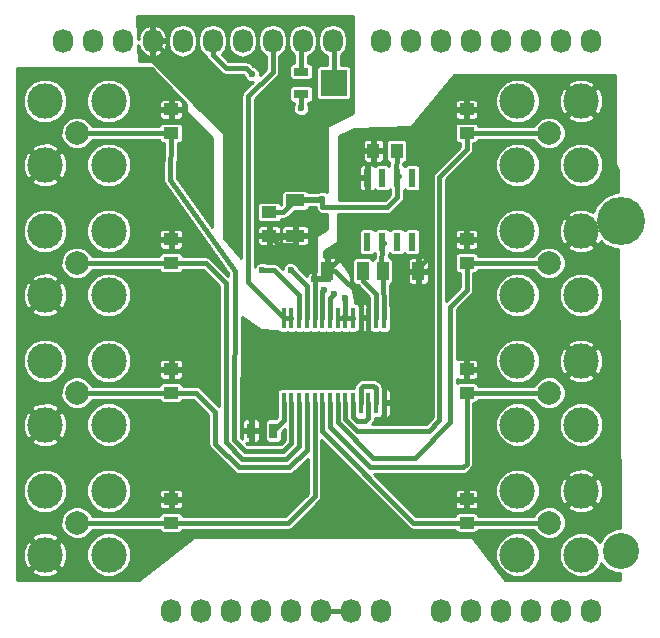
<source format=gtl>
G04 #@! TF.FileFunction,Copper,L1,Top,Signal*
%FSLAX46Y46*%
G04 Gerber Fmt 4.6, Leading zero omitted, Abs format (unit mm)*
G04 Created by KiCad (PCBNEW (2014-11-17 BZR 5289)-product) date Sat 24 Oct 2015 02:56:26 PM EDT*
%MOMM*%
G01*
G04 APERTURE LIST*
%ADD10C,0.100000*%
%ADD11R,0.500000X0.500000*%
%ADD12R,0.800000X0.500000*%
%ADD13R,0.600000X1.550000*%
%ADD14C,4.064000*%
%ADD15O,1.727200X2.032000*%
%ADD16C,3.048000*%
%ADD17R,1.250000X1.000000*%
%ADD18R,1.000000X1.250000*%
%ADD19R,1.000000X1.600000*%
%ADD20R,1.600000X1.000000*%
%ADD21R,0.700000X1.300000*%
%ADD22R,1.300000X0.700000*%
%ADD23R,0.450000X1.750000*%
%ADD24R,2.235200X2.235200*%
%ADD25C,1.998980*%
%ADD26C,3.000000*%
%ADD27C,0.600000*%
%ADD28C,0.400000*%
%ADD29C,0.254000*%
G04 APERTURE END LIST*
D10*
D11*
X151098000Y-95765000D03*
X152298000Y-95765000D03*
D12*
X151698000Y-95765000D03*
D13*
X159403000Y-87165000D03*
X158133000Y-87165000D03*
X156863000Y-87165000D03*
X155593000Y-87165000D03*
X155593000Y-92565000D03*
X156863000Y-92565000D03*
X158133000Y-92565000D03*
X159403000Y-92565000D03*
D14*
X177038000Y-90805000D03*
D15*
X138938000Y-123825000D03*
X141478000Y-123825000D03*
X144018000Y-123825000D03*
X146558000Y-123825000D03*
X149098000Y-123825000D03*
X151638000Y-123825000D03*
X154178000Y-123825000D03*
X156718000Y-123825000D03*
X161798000Y-123825000D03*
X164338000Y-123825000D03*
X166878000Y-123825000D03*
X169418000Y-123825000D03*
X171958000Y-123825000D03*
X174498000Y-123825000D03*
X129794000Y-75565000D03*
X132334000Y-75565000D03*
X134874000Y-75565000D03*
X137414000Y-75565000D03*
X139954000Y-75565000D03*
X142494000Y-75565000D03*
X145034000Y-75565000D03*
X147574000Y-75565000D03*
X150114000Y-75565000D03*
X152654000Y-75565000D03*
X156718000Y-75565000D03*
X159258000Y-75565000D03*
X161798000Y-75565000D03*
X164338000Y-75565000D03*
X166878000Y-75565000D03*
X169418000Y-75565000D03*
X171958000Y-75565000D03*
X174498000Y-75565000D03*
D16*
X177038000Y-118745000D03*
D17*
X163998000Y-83365000D03*
X163998000Y-81365000D03*
X163998000Y-94365000D03*
X163998000Y-92365000D03*
X163998000Y-105365000D03*
X163998000Y-103365000D03*
X163998000Y-116365000D03*
X163998000Y-114365000D03*
D18*
X158098000Y-84865000D03*
X156098000Y-84865000D03*
D17*
X138998000Y-116365000D03*
X138998000Y-114365000D03*
X138998000Y-105365000D03*
X138998000Y-103365000D03*
X138998000Y-94365000D03*
X138998000Y-92365000D03*
X138998000Y-83365000D03*
X138998000Y-81365000D03*
D19*
X156898000Y-95065000D03*
X159898000Y-95065000D03*
X155198000Y-95065000D03*
X152198000Y-95065000D03*
D17*
X147298000Y-90065000D03*
X147298000Y-92065000D03*
D20*
X149498000Y-89065000D03*
X149498000Y-92065000D03*
D21*
X147648000Y-108565000D03*
X145748000Y-108565000D03*
D22*
X149998000Y-78165000D03*
X149998000Y-80065000D03*
D23*
X148523000Y-106215000D03*
X149173000Y-106215000D03*
X149823000Y-106215000D03*
X150473000Y-106215000D03*
X151123000Y-106215000D03*
X151773000Y-106215000D03*
X152423000Y-106215000D03*
X153073000Y-106215000D03*
X153723000Y-106215000D03*
X154373000Y-106215000D03*
X155023000Y-106215000D03*
X155673000Y-106215000D03*
X156323000Y-106215000D03*
X156973000Y-106215000D03*
X156973000Y-99015000D03*
X156323000Y-99015000D03*
X155673000Y-99015000D03*
X155023000Y-99015000D03*
X154373000Y-99015000D03*
X153723000Y-99015000D03*
X153073000Y-99015000D03*
X152423000Y-99015000D03*
X151773000Y-99015000D03*
X151123000Y-99015000D03*
X150473000Y-99015000D03*
X149823000Y-99015000D03*
X149173000Y-99015000D03*
X148523000Y-99015000D03*
D24*
X152748000Y-79115000D03*
D25*
X170998000Y-116365000D03*
D26*
X173698020Y-119065020D03*
X173698020Y-113664980D03*
X168297980Y-113664980D03*
X168297980Y-119065020D03*
D25*
X170998000Y-105365000D03*
D26*
X173698020Y-108065020D03*
X173698020Y-102664980D03*
X168297980Y-102664980D03*
X168297980Y-108065020D03*
D25*
X170998000Y-94365000D03*
D26*
X173698020Y-97065020D03*
X173698020Y-91664980D03*
X168297980Y-91664980D03*
X168297980Y-97065020D03*
D25*
X170998000Y-83365000D03*
D26*
X173698020Y-86065020D03*
X173698020Y-80664980D03*
X168297980Y-80664980D03*
X168297980Y-86065020D03*
D25*
X130998000Y-83365000D03*
D26*
X128297980Y-80664980D03*
X128297980Y-86065020D03*
X133698020Y-86065020D03*
X133698020Y-80664980D03*
D25*
X130998000Y-94365000D03*
D26*
X128297980Y-91664980D03*
X128297980Y-97065020D03*
X133698020Y-97065020D03*
X133698020Y-91664980D03*
D25*
X130998000Y-105365000D03*
D26*
X128297980Y-102664980D03*
X128297980Y-108065020D03*
X133698020Y-108065020D03*
X133698020Y-102664980D03*
D25*
X130998000Y-116365000D03*
D26*
X128297980Y-113664980D03*
X128297980Y-119065020D03*
X133698020Y-119065020D03*
X133698020Y-113664980D03*
D27*
X153698000Y-97365000D03*
X151798000Y-88965000D03*
X146698000Y-94965000D03*
X151898000Y-96665000D03*
X145798000Y-78365000D03*
X149098000Y-94965000D03*
X152798000Y-96965000D03*
X149998000Y-81265000D03*
X146698000Y-93665000D03*
D28*
X157298000Y-89665000D02*
X151798000Y-89665000D01*
X151798000Y-89665000D02*
X151798000Y-88965000D01*
X158133000Y-88830000D02*
X157298000Y-89665000D01*
X158133000Y-87165000D02*
X158133000Y-88830000D01*
X151798000Y-88965000D02*
X149598000Y-88965000D01*
X149598000Y-88965000D02*
X148498000Y-90065000D01*
X148498000Y-90065000D02*
X147298000Y-90065000D01*
X158248000Y-87050000D02*
X158133000Y-87165000D01*
X153723000Y-99015000D02*
X153598000Y-98890000D01*
X157998000Y-87030000D02*
X158133000Y-87165000D01*
X158098000Y-84865000D02*
X157998000Y-87030000D01*
X153073000Y-99015000D02*
X153723000Y-99015000D01*
X154373000Y-99015000D02*
X153723000Y-99015000D01*
X153723000Y-97390000D02*
X153698000Y-97365000D01*
X151798000Y-88965000D02*
X151698000Y-89065000D01*
X151698000Y-89065000D02*
X149498000Y-89065000D01*
X153723000Y-99015000D02*
X153723000Y-97390000D01*
X170998000Y-83365000D02*
X163998000Y-83365000D01*
X153723000Y-107590000D02*
X154698000Y-108565000D01*
X154698000Y-108565000D02*
X160798000Y-108565000D01*
X160798000Y-108565000D02*
X161698000Y-107665000D01*
X161698000Y-107665000D02*
X161698000Y-87065000D01*
X161698000Y-87065000D02*
X163998000Y-84765000D01*
X163998000Y-84765000D02*
X163998000Y-83365000D01*
X153723000Y-106215000D02*
X153723000Y-107590000D01*
X152198000Y-95065000D02*
X153298000Y-93965000D01*
X152198000Y-95065000D02*
X152198000Y-93665000D01*
X152198000Y-93665000D02*
X152298000Y-93565000D01*
X152298000Y-93565000D02*
X152198000Y-93665000D01*
X152198000Y-95065000D02*
X152198000Y-93765000D01*
X155593000Y-87165000D02*
X155593000Y-87520000D01*
X156098000Y-84865000D02*
X155983000Y-84980000D01*
X159898000Y-95065000D02*
X159898000Y-94565000D01*
X159798000Y-95165000D02*
X159898000Y-95065000D01*
X155023000Y-99015000D02*
X155673000Y-99015000D01*
X152198000Y-95065000D02*
X152548000Y-94715000D01*
X152298000Y-95165000D02*
X152198000Y-95065000D01*
X152298000Y-95765000D02*
X152298000Y-95165000D01*
X156973000Y-103040000D02*
X156973000Y-106215000D01*
X155673000Y-101740000D02*
X156973000Y-103040000D01*
X155673000Y-101040000D02*
X155673000Y-101740000D01*
X155673000Y-99015000D02*
X155673000Y-101040000D01*
X155023000Y-100390000D02*
X155673000Y-101040000D01*
X155023000Y-99015000D02*
X155023000Y-100390000D01*
X155023000Y-97190000D02*
X152898000Y-95065000D01*
X152898000Y-95065000D02*
X152198000Y-95065000D01*
X155023000Y-99015000D02*
X155023000Y-97190000D01*
X159898000Y-94765000D02*
X160698000Y-93965000D01*
X159898000Y-95065000D02*
X159898000Y-94765000D01*
X160698000Y-93965000D02*
X160698000Y-93265000D01*
X170998000Y-94365000D02*
X163998000Y-94365000D01*
X153073000Y-107840000D02*
X156098000Y-110865000D01*
X156098000Y-110865000D02*
X159598000Y-110865000D01*
X159598000Y-110865000D02*
X162598000Y-107865000D01*
X162598000Y-107865000D02*
X162598000Y-98065000D01*
X162598000Y-98065000D02*
X163998000Y-96665000D01*
X163998000Y-96665000D02*
X163998000Y-94365000D01*
X153073000Y-106215000D02*
X153073000Y-107840000D01*
X163998000Y-105365000D02*
X170998000Y-105365000D01*
X152423000Y-108290000D02*
X155798000Y-111665000D01*
X155798000Y-111665000D02*
X163698000Y-111665000D01*
X163698000Y-111665000D02*
X163998000Y-111365000D01*
X163998000Y-111365000D02*
X163998000Y-105365000D01*
X152423000Y-106215000D02*
X152423000Y-108290000D01*
X163998000Y-116365000D02*
X170998000Y-116365000D01*
X151773000Y-108640000D02*
X159498000Y-116365000D01*
X159498000Y-116365000D02*
X163998000Y-116365000D01*
X151773000Y-106215000D02*
X151773000Y-108640000D01*
X138998000Y-116365000D02*
X130998000Y-116365000D01*
X151123000Y-114140000D02*
X148898000Y-116365000D01*
X148898000Y-116365000D02*
X138998000Y-116365000D01*
X151123000Y-106215000D02*
X151123000Y-114140000D01*
X138998000Y-105365000D02*
X130998000Y-105365000D01*
X150473000Y-110190000D02*
X148998000Y-111665000D01*
X148998000Y-111665000D02*
X144698000Y-111665000D01*
X144698000Y-111665000D02*
X142698000Y-109665000D01*
X142698000Y-109665000D02*
X142698000Y-106965000D01*
X142698000Y-106965000D02*
X141098000Y-105365000D01*
X141098000Y-105365000D02*
X138998000Y-105365000D01*
X150473000Y-106215000D02*
X150473000Y-110190000D01*
X138998000Y-94365000D02*
X130998000Y-94365000D01*
X149823000Y-109840000D02*
X148698000Y-110965000D01*
X148698000Y-110965000D02*
X144998000Y-110965000D01*
X144998000Y-110965000D02*
X143598000Y-109565000D01*
X143598000Y-109565000D02*
X143598000Y-96065000D01*
X143598000Y-96065000D02*
X141898000Y-94365000D01*
X141898000Y-94365000D02*
X138998000Y-94365000D01*
X149823000Y-106215000D02*
X149823000Y-109840000D01*
X138998000Y-83365000D02*
X130998000Y-83365000D01*
X149173000Y-109590000D02*
X148498000Y-110265000D01*
X148498000Y-110265000D02*
X145198000Y-110265000D01*
X145198000Y-110265000D02*
X144298000Y-109365000D01*
X144298000Y-109365000D02*
X144398000Y-95065000D01*
X144398000Y-95065000D02*
X138898000Y-87365000D01*
X138898000Y-87365000D02*
X138998000Y-83365000D01*
X149173000Y-106215000D02*
X149173000Y-109590000D01*
X156898000Y-95065000D02*
X156998000Y-98990000D01*
X156998000Y-98990000D02*
X156973000Y-99015000D01*
X156998000Y-92700000D02*
X156863000Y-92565000D01*
X156763000Y-94930000D02*
X156898000Y-95065000D01*
X156863000Y-92565000D02*
X156763000Y-94930000D01*
X155198000Y-95865000D02*
X155198000Y-95065000D01*
X156323000Y-96990000D02*
X155198000Y-95865000D01*
X156323000Y-99015000D02*
X156323000Y-96990000D01*
X149823000Y-99015000D02*
X149823000Y-97090000D01*
X147698000Y-94965000D02*
X146698000Y-94965000D01*
X149823000Y-97090000D02*
X147698000Y-94965000D01*
X142494000Y-76561000D02*
X142494000Y-75565000D01*
X151773000Y-96790000D02*
X151898000Y-96665000D01*
X145798000Y-78365000D02*
X145298000Y-77865000D01*
X145298000Y-77865000D02*
X143598000Y-77865000D01*
X143598000Y-77865000D02*
X142494000Y-76761000D01*
X142494000Y-76761000D02*
X142494000Y-75565000D01*
X151773000Y-99015000D02*
X151773000Y-96790000D01*
X150473000Y-99015000D02*
X150473000Y-96340000D01*
X150473000Y-96340000D02*
X149098000Y-94965000D01*
X152748000Y-79115000D02*
X152748000Y-75659000D01*
X152748000Y-75659000D02*
X152654000Y-75565000D01*
X147648000Y-108565000D02*
X148523000Y-107690000D01*
X148523000Y-107690000D02*
X148523000Y-106215000D01*
X152423000Y-97340000D02*
X152798000Y-96965000D01*
X149998000Y-81265000D02*
X149998000Y-80065000D01*
X152423000Y-99015000D02*
X152423000Y-97340000D01*
X154373000Y-107391470D02*
X154746530Y-107765000D01*
X154746530Y-107765000D02*
X155398000Y-107765000D01*
X155398000Y-107765000D02*
X155673000Y-107490000D01*
X155673000Y-107490000D02*
X155673000Y-106215000D01*
X154373000Y-106215000D02*
X154373000Y-107391470D01*
X156323000Y-106215000D02*
X156323000Y-104990000D01*
X155023000Y-104940000D02*
X155023000Y-106215000D01*
X155198000Y-104765000D02*
X155023000Y-104940000D01*
X156098000Y-104765000D02*
X155198000Y-104765000D01*
X156323000Y-104990000D02*
X156098000Y-104765000D01*
X150298000Y-93665000D02*
X149498000Y-92865000D01*
X148098000Y-92865000D02*
X147298000Y-92065000D01*
X149498000Y-92865000D02*
X148098000Y-92865000D01*
X151073002Y-95765000D02*
X151098000Y-95765000D01*
X151123000Y-95814998D02*
X151073002Y-95765000D01*
X151123000Y-99015000D02*
X151123000Y-95814998D01*
X151098000Y-95765000D02*
X151098000Y-94715000D01*
X151098000Y-94365000D02*
X151098000Y-94715000D01*
X149498000Y-92065000D02*
X146998000Y-92365000D01*
X150398000Y-93665000D02*
X150298000Y-93665000D01*
X150298000Y-93665000D02*
X146698000Y-93665000D01*
X141098000Y-78265000D02*
X140898000Y-78065000D01*
X140898000Y-78065000D02*
X139914000Y-78065000D01*
X139914000Y-78065000D02*
X137414000Y-75565000D01*
X151098000Y-94365000D02*
X150398000Y-93665000D01*
X154178000Y-123825000D02*
X151638000Y-123825000D01*
X148523000Y-99015000D02*
X145498000Y-95990000D01*
X147574000Y-78189000D02*
X147574000Y-75565000D01*
X145498000Y-80265000D02*
X147574000Y-78189000D01*
X145498000Y-80665000D02*
X145498000Y-80265000D01*
X145498000Y-95990000D02*
X145498000Y-80665000D01*
X149173000Y-99015000D02*
X148523000Y-99015000D01*
X149998000Y-78165000D02*
X149998000Y-75681000D01*
X149998000Y-75681000D02*
X150114000Y-75565000D01*
D29*
G36*
X176970408Y-121238000D02*
X170179306Y-121238000D01*
X170179306Y-118692507D01*
X169893544Y-118000911D01*
X169364872Y-117471316D01*
X168673776Y-117184347D01*
X167925467Y-117183694D01*
X167233871Y-117469456D01*
X166704276Y-117998128D01*
X166417307Y-118689224D01*
X166416654Y-119437533D01*
X166702416Y-120129129D01*
X167231088Y-120658724D01*
X167922184Y-120945693D01*
X168670493Y-120946346D01*
X169362089Y-120660584D01*
X169891684Y-120131912D01*
X170178653Y-119440816D01*
X170179306Y-118692507D01*
X170179306Y-121238000D01*
X167261158Y-121238000D01*
X164461158Y-117538000D01*
X140954009Y-117538000D01*
X136254009Y-121238000D01*
X135579346Y-121238000D01*
X135579346Y-118692507D01*
X135293584Y-118000911D01*
X134764912Y-117471316D01*
X134073816Y-117184347D01*
X133325507Y-117183694D01*
X132633911Y-117469456D01*
X132104316Y-117998128D01*
X131817347Y-118689224D01*
X131816694Y-119437533D01*
X132102456Y-120129129D01*
X132631128Y-120658724D01*
X133322224Y-120945693D01*
X134070533Y-120946346D01*
X134762129Y-120660584D01*
X135291724Y-120131912D01*
X135578693Y-119440816D01*
X135579346Y-118692507D01*
X135579346Y-121238000D01*
X130188395Y-121238000D01*
X130188395Y-119388260D01*
X130168194Y-118640224D01*
X129920797Y-118042955D01*
X129673424Y-117869182D01*
X129493818Y-118048787D01*
X129493818Y-117689576D01*
X129320045Y-117442203D01*
X128621220Y-117174605D01*
X127873184Y-117194806D01*
X127275915Y-117442203D01*
X127102142Y-117689576D01*
X128297980Y-118885415D01*
X129493818Y-117689576D01*
X129493818Y-118048787D01*
X128477585Y-119065020D01*
X129673424Y-120260858D01*
X129920797Y-120087085D01*
X130188395Y-119388260D01*
X130188395Y-121238000D01*
X129493818Y-121238000D01*
X129493818Y-120440464D01*
X128297980Y-119244625D01*
X128118375Y-119424230D01*
X128118375Y-119065020D01*
X126922536Y-117869182D01*
X126675163Y-118042955D01*
X126407565Y-118741780D01*
X126427766Y-119489816D01*
X126675163Y-120087085D01*
X126922536Y-120260858D01*
X128118375Y-119065020D01*
X128118375Y-119424230D01*
X127102142Y-120440464D01*
X127275915Y-120687837D01*
X127974740Y-120955435D01*
X128722776Y-120935234D01*
X129320045Y-120687837D01*
X129493818Y-120440464D01*
X129493818Y-121238000D01*
X125954000Y-121238000D01*
X125954000Y-77892000D01*
X137344171Y-77892000D01*
X140271000Y-80916390D01*
X140271000Y-81617605D01*
X142471000Y-83817605D01*
X142471000Y-91367610D01*
X139483673Y-87185352D01*
X139557157Y-84246000D01*
X139698786Y-84246000D01*
X139838820Y-84187996D01*
X139945996Y-84080819D01*
X140004000Y-83940785D01*
X140004000Y-83789214D01*
X140004000Y-82789214D01*
X140004000Y-81940786D01*
X140004000Y-81587250D01*
X140004000Y-81142750D01*
X140004000Y-80789214D01*
X139945996Y-80649180D01*
X139838819Y-80542004D01*
X139698785Y-80484000D01*
X139547214Y-80484000D01*
X139220250Y-80484000D01*
X139125000Y-80579250D01*
X139125000Y-81238000D01*
X139908750Y-81238000D01*
X140004000Y-81142750D01*
X140004000Y-81587250D01*
X139908750Y-81492000D01*
X139125000Y-81492000D01*
X139125000Y-82150750D01*
X139220250Y-82246000D01*
X139547214Y-82246000D01*
X139698785Y-82246000D01*
X139838819Y-82187996D01*
X139945996Y-82080820D01*
X140004000Y-81940786D01*
X140004000Y-82789214D01*
X139945996Y-82649180D01*
X139838819Y-82542004D01*
X139698785Y-82484000D01*
X139547214Y-82484000D01*
X138871000Y-82484000D01*
X138871000Y-82150750D01*
X138871000Y-81492000D01*
X138871000Y-81238000D01*
X138871000Y-80579250D01*
X138775750Y-80484000D01*
X138448786Y-80484000D01*
X138297215Y-80484000D01*
X138157181Y-80542004D01*
X138050004Y-80649180D01*
X137992000Y-80789214D01*
X137992000Y-81142750D01*
X138087250Y-81238000D01*
X138871000Y-81238000D01*
X138871000Y-81492000D01*
X138087250Y-81492000D01*
X137992000Y-81587250D01*
X137992000Y-81940786D01*
X138050004Y-82080820D01*
X138157181Y-82187996D01*
X138297215Y-82246000D01*
X138448786Y-82246000D01*
X138775750Y-82246000D01*
X138871000Y-82150750D01*
X138871000Y-82484000D01*
X138297214Y-82484000D01*
X138157180Y-82542004D01*
X138050004Y-82649181D01*
X137994160Y-82784000D01*
X135579346Y-82784000D01*
X135579346Y-80292467D01*
X135293584Y-79600871D01*
X134764912Y-79071276D01*
X134073816Y-78784307D01*
X133325507Y-78783654D01*
X132633911Y-79069416D01*
X132104316Y-79598088D01*
X131817347Y-80289184D01*
X131816694Y-81037493D01*
X132102456Y-81729089D01*
X132631128Y-82258684D01*
X133322224Y-82545653D01*
X134070533Y-82546306D01*
X134762129Y-82260544D01*
X135291724Y-81731872D01*
X135578693Y-81040776D01*
X135579346Y-80292467D01*
X135579346Y-82784000D01*
X132251628Y-82784000D01*
X132169005Y-82584037D01*
X131781006Y-82195360D01*
X131273801Y-81984751D01*
X130724608Y-81984271D01*
X130217037Y-82193995D01*
X130179306Y-82231660D01*
X130179306Y-80292467D01*
X129893544Y-79600871D01*
X129364872Y-79071276D01*
X128673776Y-78784307D01*
X127925467Y-78783654D01*
X127233871Y-79069416D01*
X126704276Y-79598088D01*
X126417307Y-80289184D01*
X126416654Y-81037493D01*
X126702416Y-81729089D01*
X127231088Y-82258684D01*
X127922184Y-82545653D01*
X128670493Y-82546306D01*
X129362089Y-82260544D01*
X129891684Y-81731872D01*
X130178653Y-81040776D01*
X130179306Y-80292467D01*
X130179306Y-82231660D01*
X129828360Y-82581994D01*
X129617751Y-83089199D01*
X129617271Y-83638392D01*
X129826995Y-84145963D01*
X130214994Y-84534640D01*
X130722199Y-84745249D01*
X131271392Y-84745729D01*
X131778963Y-84536005D01*
X132167640Y-84148006D01*
X132251519Y-83946000D01*
X137994159Y-83946000D01*
X138050004Y-84080820D01*
X138157181Y-84187996D01*
X138297215Y-84246000D01*
X138394792Y-84246000D01*
X138317181Y-87350480D01*
X138329688Y-87422756D01*
X138331977Y-87496069D01*
X138348844Y-87533447D01*
X138355837Y-87573854D01*
X138395050Y-87635840D01*
X138425221Y-87702699D01*
X143815696Y-95249365D01*
X143814226Y-95459568D01*
X142308829Y-93954171D01*
X142120339Y-93828226D01*
X141898000Y-93784000D01*
X140004000Y-93784000D01*
X140004000Y-92940786D01*
X140004000Y-92587250D01*
X140004000Y-92142750D01*
X140004000Y-91789214D01*
X139945996Y-91649180D01*
X139838819Y-91542004D01*
X139698785Y-91484000D01*
X139547214Y-91484000D01*
X139220250Y-91484000D01*
X139125000Y-91579250D01*
X139125000Y-92238000D01*
X139908750Y-92238000D01*
X140004000Y-92142750D01*
X140004000Y-92587250D01*
X139908750Y-92492000D01*
X139125000Y-92492000D01*
X139125000Y-93150750D01*
X139220250Y-93246000D01*
X139547214Y-93246000D01*
X139698785Y-93246000D01*
X139838819Y-93187996D01*
X139945996Y-93080820D01*
X140004000Y-92940786D01*
X140004000Y-93784000D01*
X140001840Y-93784000D01*
X139945996Y-93649180D01*
X139838819Y-93542004D01*
X139698785Y-93484000D01*
X139547214Y-93484000D01*
X138871000Y-93484000D01*
X138871000Y-93150750D01*
X138871000Y-92492000D01*
X138871000Y-92238000D01*
X138871000Y-91579250D01*
X138775750Y-91484000D01*
X138448786Y-91484000D01*
X138297215Y-91484000D01*
X138157181Y-91542004D01*
X138050004Y-91649180D01*
X137992000Y-91789214D01*
X137992000Y-92142750D01*
X138087250Y-92238000D01*
X138871000Y-92238000D01*
X138871000Y-92492000D01*
X138087250Y-92492000D01*
X137992000Y-92587250D01*
X137992000Y-92940786D01*
X138050004Y-93080820D01*
X138157181Y-93187996D01*
X138297215Y-93246000D01*
X138448786Y-93246000D01*
X138775750Y-93246000D01*
X138871000Y-93150750D01*
X138871000Y-93484000D01*
X138297214Y-93484000D01*
X138157180Y-93542004D01*
X138050004Y-93649181D01*
X137994160Y-93784000D01*
X135579346Y-93784000D01*
X135579346Y-91292467D01*
X135579346Y-85692507D01*
X135293584Y-85000911D01*
X134764912Y-84471316D01*
X134073816Y-84184347D01*
X133325507Y-84183694D01*
X132633911Y-84469456D01*
X132104316Y-84998128D01*
X131817347Y-85689224D01*
X131816694Y-86437533D01*
X132102456Y-87129129D01*
X132631128Y-87658724D01*
X133322224Y-87945693D01*
X134070533Y-87946346D01*
X134762129Y-87660584D01*
X135291724Y-87131912D01*
X135578693Y-86440816D01*
X135579346Y-85692507D01*
X135579346Y-91292467D01*
X135293584Y-90600871D01*
X134764912Y-90071276D01*
X134073816Y-89784307D01*
X133325507Y-89783654D01*
X132633911Y-90069416D01*
X132104316Y-90598088D01*
X131817347Y-91289184D01*
X131816694Y-92037493D01*
X132102456Y-92729089D01*
X132631128Y-93258684D01*
X133322224Y-93545653D01*
X134070533Y-93546306D01*
X134762129Y-93260544D01*
X135291724Y-92731872D01*
X135578693Y-92040776D01*
X135579346Y-91292467D01*
X135579346Y-93784000D01*
X132251628Y-93784000D01*
X132169005Y-93584037D01*
X131781006Y-93195360D01*
X131273801Y-92984751D01*
X130724608Y-92984271D01*
X130217037Y-93193995D01*
X130188395Y-93222587D01*
X130188395Y-86388260D01*
X130168194Y-85640224D01*
X129920797Y-85042955D01*
X129673424Y-84869182D01*
X129493818Y-85048787D01*
X129493818Y-84689576D01*
X129320045Y-84442203D01*
X128621220Y-84174605D01*
X127873184Y-84194806D01*
X127275915Y-84442203D01*
X127102142Y-84689576D01*
X128297980Y-85885415D01*
X129493818Y-84689576D01*
X129493818Y-85048787D01*
X128477585Y-86065020D01*
X129673424Y-87260858D01*
X129920797Y-87087085D01*
X130188395Y-86388260D01*
X130188395Y-93222587D01*
X130179306Y-93231660D01*
X130179306Y-91292467D01*
X129893544Y-90600871D01*
X129493818Y-90200447D01*
X129493818Y-87440464D01*
X128297980Y-86244625D01*
X128118375Y-86424230D01*
X128118375Y-86065020D01*
X126922536Y-84869182D01*
X126675163Y-85042955D01*
X126407565Y-85741780D01*
X126427766Y-86489816D01*
X126675163Y-87087085D01*
X126922536Y-87260858D01*
X128118375Y-86065020D01*
X128118375Y-86424230D01*
X127102142Y-87440464D01*
X127275915Y-87687837D01*
X127974740Y-87955435D01*
X128722776Y-87935234D01*
X129320045Y-87687837D01*
X129493818Y-87440464D01*
X129493818Y-90200447D01*
X129364872Y-90071276D01*
X128673776Y-89784307D01*
X127925467Y-89783654D01*
X127233871Y-90069416D01*
X126704276Y-90598088D01*
X126417307Y-91289184D01*
X126416654Y-92037493D01*
X126702416Y-92729089D01*
X127231088Y-93258684D01*
X127922184Y-93545653D01*
X128670493Y-93546306D01*
X129362089Y-93260544D01*
X129891684Y-92731872D01*
X130178653Y-92040776D01*
X130179306Y-91292467D01*
X130179306Y-93231660D01*
X129828360Y-93581994D01*
X129617751Y-94089199D01*
X129617271Y-94638392D01*
X129826995Y-95145963D01*
X130214994Y-95534640D01*
X130722199Y-95745249D01*
X131271392Y-95745729D01*
X131778963Y-95536005D01*
X132167640Y-95148006D01*
X132251519Y-94946000D01*
X137994159Y-94946000D01*
X138050004Y-95080820D01*
X138157181Y-95187996D01*
X138297215Y-95246000D01*
X138448786Y-95246000D01*
X139698786Y-95246000D01*
X139838820Y-95187996D01*
X139945996Y-95080819D01*
X140001839Y-94946000D01*
X141657342Y-94946000D01*
X143017000Y-96305658D01*
X143017000Y-106462342D01*
X141508829Y-104954171D01*
X141320339Y-104828226D01*
X141098000Y-104784000D01*
X140004000Y-104784000D01*
X140004000Y-103940786D01*
X140004000Y-103587250D01*
X140004000Y-103142750D01*
X140004000Y-102789214D01*
X139945996Y-102649180D01*
X139838819Y-102542004D01*
X139698785Y-102484000D01*
X139547214Y-102484000D01*
X139220250Y-102484000D01*
X139125000Y-102579250D01*
X139125000Y-103238000D01*
X139908750Y-103238000D01*
X140004000Y-103142750D01*
X140004000Y-103587250D01*
X139908750Y-103492000D01*
X139125000Y-103492000D01*
X139125000Y-104150750D01*
X139220250Y-104246000D01*
X139547214Y-104246000D01*
X139698785Y-104246000D01*
X139838819Y-104187996D01*
X139945996Y-104080820D01*
X140004000Y-103940786D01*
X140004000Y-104784000D01*
X140001840Y-104784000D01*
X139945996Y-104649180D01*
X139838819Y-104542004D01*
X139698785Y-104484000D01*
X139547214Y-104484000D01*
X138871000Y-104484000D01*
X138871000Y-104150750D01*
X138871000Y-103492000D01*
X138871000Y-103238000D01*
X138871000Y-102579250D01*
X138775750Y-102484000D01*
X138448786Y-102484000D01*
X138297215Y-102484000D01*
X138157181Y-102542004D01*
X138050004Y-102649180D01*
X137992000Y-102789214D01*
X137992000Y-103142750D01*
X138087250Y-103238000D01*
X138871000Y-103238000D01*
X138871000Y-103492000D01*
X138087250Y-103492000D01*
X137992000Y-103587250D01*
X137992000Y-103940786D01*
X138050004Y-104080820D01*
X138157181Y-104187996D01*
X138297215Y-104246000D01*
X138448786Y-104246000D01*
X138775750Y-104246000D01*
X138871000Y-104150750D01*
X138871000Y-104484000D01*
X138297214Y-104484000D01*
X138157180Y-104542004D01*
X138050004Y-104649181D01*
X137994160Y-104784000D01*
X135579346Y-104784000D01*
X135579346Y-102292467D01*
X135579346Y-96692507D01*
X135293584Y-96000911D01*
X134764912Y-95471316D01*
X134073816Y-95184347D01*
X133325507Y-95183694D01*
X132633911Y-95469456D01*
X132104316Y-95998128D01*
X131817347Y-96689224D01*
X131816694Y-97437533D01*
X132102456Y-98129129D01*
X132631128Y-98658724D01*
X133322224Y-98945693D01*
X134070533Y-98946346D01*
X134762129Y-98660584D01*
X135291724Y-98131912D01*
X135578693Y-97440816D01*
X135579346Y-96692507D01*
X135579346Y-102292467D01*
X135293584Y-101600871D01*
X134764912Y-101071276D01*
X134073816Y-100784307D01*
X133325507Y-100783654D01*
X132633911Y-101069416D01*
X132104316Y-101598088D01*
X131817347Y-102289184D01*
X131816694Y-103037493D01*
X132102456Y-103729089D01*
X132631128Y-104258684D01*
X133322224Y-104545653D01*
X134070533Y-104546306D01*
X134762129Y-104260544D01*
X135291724Y-103731872D01*
X135578693Y-103040776D01*
X135579346Y-102292467D01*
X135579346Y-104784000D01*
X132251628Y-104784000D01*
X132169005Y-104584037D01*
X131781006Y-104195360D01*
X131273801Y-103984751D01*
X130724608Y-103984271D01*
X130217037Y-104193995D01*
X130188395Y-104222587D01*
X130188395Y-97388260D01*
X130168194Y-96640224D01*
X129920797Y-96042955D01*
X129673424Y-95869182D01*
X129493818Y-96048787D01*
X129493818Y-95689576D01*
X129320045Y-95442203D01*
X128621220Y-95174605D01*
X127873184Y-95194806D01*
X127275915Y-95442203D01*
X127102142Y-95689576D01*
X128297980Y-96885415D01*
X129493818Y-95689576D01*
X129493818Y-96048787D01*
X128477585Y-97065020D01*
X129673424Y-98260858D01*
X129920797Y-98087085D01*
X130188395Y-97388260D01*
X130188395Y-104222587D01*
X130179306Y-104231660D01*
X130179306Y-102292467D01*
X129893544Y-101600871D01*
X129493818Y-101200447D01*
X129493818Y-98440464D01*
X128297980Y-97244625D01*
X128118375Y-97424230D01*
X128118375Y-97065020D01*
X126922536Y-95869182D01*
X126675163Y-96042955D01*
X126407565Y-96741780D01*
X126427766Y-97489816D01*
X126675163Y-98087085D01*
X126922536Y-98260858D01*
X128118375Y-97065020D01*
X128118375Y-97424230D01*
X127102142Y-98440464D01*
X127275915Y-98687837D01*
X127974740Y-98955435D01*
X128722776Y-98935234D01*
X129320045Y-98687837D01*
X129493818Y-98440464D01*
X129493818Y-101200447D01*
X129364872Y-101071276D01*
X128673776Y-100784307D01*
X127925467Y-100783654D01*
X127233871Y-101069416D01*
X126704276Y-101598088D01*
X126417307Y-102289184D01*
X126416654Y-103037493D01*
X126702416Y-103729089D01*
X127231088Y-104258684D01*
X127922184Y-104545653D01*
X128670493Y-104546306D01*
X129362089Y-104260544D01*
X129891684Y-103731872D01*
X130178653Y-103040776D01*
X130179306Y-102292467D01*
X130179306Y-104231660D01*
X129828360Y-104581994D01*
X129617751Y-105089199D01*
X129617271Y-105638392D01*
X129826995Y-106145963D01*
X130214994Y-106534640D01*
X130722199Y-106745249D01*
X131271392Y-106745729D01*
X131778963Y-106536005D01*
X132167640Y-106148006D01*
X132251519Y-105946000D01*
X137994159Y-105946000D01*
X138050004Y-106080820D01*
X138157181Y-106187996D01*
X138297215Y-106246000D01*
X138448786Y-106246000D01*
X139698786Y-106246000D01*
X139838820Y-106187996D01*
X139945996Y-106080819D01*
X140001839Y-105946000D01*
X140857342Y-105946000D01*
X142117000Y-107205658D01*
X142117000Y-109665000D01*
X142161226Y-109887339D01*
X142287171Y-110075829D01*
X144287171Y-112075829D01*
X144475661Y-112201774D01*
X144698000Y-112246000D01*
X148998000Y-112246000D01*
X149220339Y-112201774D01*
X149408829Y-112075829D01*
X150542000Y-110942658D01*
X150542000Y-113899342D01*
X148657342Y-115784000D01*
X140004000Y-115784000D01*
X140004000Y-114940786D01*
X140004000Y-114587250D01*
X140004000Y-114142750D01*
X140004000Y-113789214D01*
X139945996Y-113649180D01*
X139838819Y-113542004D01*
X139698785Y-113484000D01*
X139547214Y-113484000D01*
X139220250Y-113484000D01*
X139125000Y-113579250D01*
X139125000Y-114238000D01*
X139908750Y-114238000D01*
X140004000Y-114142750D01*
X140004000Y-114587250D01*
X139908750Y-114492000D01*
X139125000Y-114492000D01*
X139125000Y-115150750D01*
X139220250Y-115246000D01*
X139547214Y-115246000D01*
X139698785Y-115246000D01*
X139838819Y-115187996D01*
X139945996Y-115080820D01*
X140004000Y-114940786D01*
X140004000Y-115784000D01*
X140001840Y-115784000D01*
X139945996Y-115649180D01*
X139838819Y-115542004D01*
X139698785Y-115484000D01*
X139547214Y-115484000D01*
X138871000Y-115484000D01*
X138871000Y-115150750D01*
X138871000Y-114492000D01*
X138871000Y-114238000D01*
X138871000Y-113579250D01*
X138775750Y-113484000D01*
X138448786Y-113484000D01*
X138297215Y-113484000D01*
X138157181Y-113542004D01*
X138050004Y-113649180D01*
X137992000Y-113789214D01*
X137992000Y-114142750D01*
X138087250Y-114238000D01*
X138871000Y-114238000D01*
X138871000Y-114492000D01*
X138087250Y-114492000D01*
X137992000Y-114587250D01*
X137992000Y-114940786D01*
X138050004Y-115080820D01*
X138157181Y-115187996D01*
X138297215Y-115246000D01*
X138448786Y-115246000D01*
X138775750Y-115246000D01*
X138871000Y-115150750D01*
X138871000Y-115484000D01*
X138297214Y-115484000D01*
X138157180Y-115542004D01*
X138050004Y-115649181D01*
X137994160Y-115784000D01*
X135579346Y-115784000D01*
X135579346Y-113292467D01*
X135579346Y-107692507D01*
X135293584Y-107000911D01*
X134764912Y-106471316D01*
X134073816Y-106184347D01*
X133325507Y-106183694D01*
X132633911Y-106469456D01*
X132104316Y-106998128D01*
X131817347Y-107689224D01*
X131816694Y-108437533D01*
X132102456Y-109129129D01*
X132631128Y-109658724D01*
X133322224Y-109945693D01*
X134070533Y-109946346D01*
X134762129Y-109660584D01*
X135291724Y-109131912D01*
X135578693Y-108440816D01*
X135579346Y-107692507D01*
X135579346Y-113292467D01*
X135293584Y-112600871D01*
X134764912Y-112071276D01*
X134073816Y-111784307D01*
X133325507Y-111783654D01*
X132633911Y-112069416D01*
X132104316Y-112598088D01*
X131817347Y-113289184D01*
X131816694Y-114037493D01*
X132102456Y-114729089D01*
X132631128Y-115258684D01*
X133322224Y-115545653D01*
X134070533Y-115546306D01*
X134762129Y-115260544D01*
X135291724Y-114731872D01*
X135578693Y-114040776D01*
X135579346Y-113292467D01*
X135579346Y-115784000D01*
X132251628Y-115784000D01*
X132169005Y-115584037D01*
X131781006Y-115195360D01*
X131273801Y-114984751D01*
X130724608Y-114984271D01*
X130217037Y-115193995D01*
X130188395Y-115222587D01*
X130188395Y-108388260D01*
X130168194Y-107640224D01*
X129920797Y-107042955D01*
X129673424Y-106869182D01*
X129493818Y-107048787D01*
X129493818Y-106689576D01*
X129320045Y-106442203D01*
X128621220Y-106174605D01*
X127873184Y-106194806D01*
X127275915Y-106442203D01*
X127102142Y-106689576D01*
X128297980Y-107885415D01*
X129493818Y-106689576D01*
X129493818Y-107048787D01*
X128477585Y-108065020D01*
X129673424Y-109260858D01*
X129920797Y-109087085D01*
X130188395Y-108388260D01*
X130188395Y-115222587D01*
X130179306Y-115231660D01*
X130179306Y-113292467D01*
X129893544Y-112600871D01*
X129493818Y-112200447D01*
X129493818Y-109440464D01*
X128297980Y-108244625D01*
X128118375Y-108424230D01*
X128118375Y-108065020D01*
X126922536Y-106869182D01*
X126675163Y-107042955D01*
X126407565Y-107741780D01*
X126427766Y-108489816D01*
X126675163Y-109087085D01*
X126922536Y-109260858D01*
X128118375Y-108065020D01*
X128118375Y-108424230D01*
X127102142Y-109440464D01*
X127275915Y-109687837D01*
X127974740Y-109955435D01*
X128722776Y-109935234D01*
X129320045Y-109687837D01*
X129493818Y-109440464D01*
X129493818Y-112200447D01*
X129364872Y-112071276D01*
X128673776Y-111784307D01*
X127925467Y-111783654D01*
X127233871Y-112069416D01*
X126704276Y-112598088D01*
X126417307Y-113289184D01*
X126416654Y-114037493D01*
X126702416Y-114729089D01*
X127231088Y-115258684D01*
X127922184Y-115545653D01*
X128670493Y-115546306D01*
X129362089Y-115260544D01*
X129891684Y-114731872D01*
X130178653Y-114040776D01*
X130179306Y-113292467D01*
X130179306Y-115231660D01*
X129828360Y-115581994D01*
X129617751Y-116089199D01*
X129617271Y-116638392D01*
X129826995Y-117145963D01*
X130214994Y-117534640D01*
X130722199Y-117745249D01*
X131271392Y-117745729D01*
X131778963Y-117536005D01*
X132167640Y-117148006D01*
X132251519Y-116946000D01*
X137994159Y-116946000D01*
X138050004Y-117080820D01*
X138157181Y-117187996D01*
X138297215Y-117246000D01*
X138448786Y-117246000D01*
X139698786Y-117246000D01*
X139838820Y-117187996D01*
X139945996Y-117080819D01*
X140001839Y-116946000D01*
X148898000Y-116946000D01*
X149120339Y-116901774D01*
X149308829Y-116775829D01*
X151533829Y-114550829D01*
X151659774Y-114362339D01*
X151704000Y-114140000D01*
X151704000Y-109392658D01*
X159087171Y-116775829D01*
X159275661Y-116901774D01*
X159498000Y-116946000D01*
X162994159Y-116946000D01*
X163050004Y-117080820D01*
X163157181Y-117187996D01*
X163297215Y-117246000D01*
X163448786Y-117246000D01*
X164698786Y-117246000D01*
X164838820Y-117187996D01*
X164945996Y-117080819D01*
X165001839Y-116946000D01*
X169744371Y-116946000D01*
X169826995Y-117145963D01*
X170214994Y-117534640D01*
X170722199Y-117745249D01*
X171271392Y-117745729D01*
X171778963Y-117536005D01*
X172167640Y-117148006D01*
X172378249Y-116640801D01*
X172378729Y-116091608D01*
X172169005Y-115584037D01*
X171781006Y-115195360D01*
X171273801Y-114984751D01*
X170724608Y-114984271D01*
X170217037Y-115193995D01*
X170179306Y-115231660D01*
X170179306Y-113292467D01*
X170179306Y-107692507D01*
X169893544Y-107000911D01*
X169364872Y-106471316D01*
X168673776Y-106184347D01*
X167925467Y-106183694D01*
X167233871Y-106469456D01*
X166704276Y-106998128D01*
X166417307Y-107689224D01*
X166416654Y-108437533D01*
X166702416Y-109129129D01*
X167231088Y-109658724D01*
X167922184Y-109945693D01*
X168670493Y-109946346D01*
X169362089Y-109660584D01*
X169891684Y-109131912D01*
X170178653Y-108440816D01*
X170179306Y-107692507D01*
X170179306Y-113292467D01*
X169893544Y-112600871D01*
X169364872Y-112071276D01*
X168673776Y-111784307D01*
X167925467Y-111783654D01*
X167233871Y-112069416D01*
X166704276Y-112598088D01*
X166417307Y-113289184D01*
X166416654Y-114037493D01*
X166702416Y-114729089D01*
X167231088Y-115258684D01*
X167922184Y-115545653D01*
X168670493Y-115546306D01*
X169362089Y-115260544D01*
X169891684Y-114731872D01*
X170178653Y-114040776D01*
X170179306Y-113292467D01*
X170179306Y-115231660D01*
X169828360Y-115581994D01*
X169744480Y-115784000D01*
X165004000Y-115784000D01*
X165004000Y-114940786D01*
X165004000Y-114587250D01*
X165004000Y-114142750D01*
X165004000Y-113789214D01*
X164945996Y-113649180D01*
X164838819Y-113542004D01*
X164698785Y-113484000D01*
X164547214Y-113484000D01*
X164220250Y-113484000D01*
X164125000Y-113579250D01*
X164125000Y-114238000D01*
X164908750Y-114238000D01*
X165004000Y-114142750D01*
X165004000Y-114587250D01*
X164908750Y-114492000D01*
X164125000Y-114492000D01*
X164125000Y-115150750D01*
X164220250Y-115246000D01*
X164547214Y-115246000D01*
X164698785Y-115246000D01*
X164838819Y-115187996D01*
X164945996Y-115080820D01*
X165004000Y-114940786D01*
X165004000Y-115784000D01*
X165001840Y-115784000D01*
X164945996Y-115649180D01*
X164838819Y-115542004D01*
X164698785Y-115484000D01*
X164547214Y-115484000D01*
X163871000Y-115484000D01*
X163871000Y-115150750D01*
X163871000Y-114492000D01*
X163871000Y-114238000D01*
X163871000Y-113579250D01*
X163775750Y-113484000D01*
X163448786Y-113484000D01*
X163297215Y-113484000D01*
X163157181Y-113542004D01*
X163050004Y-113649180D01*
X162992000Y-113789214D01*
X162992000Y-114142750D01*
X163087250Y-114238000D01*
X163871000Y-114238000D01*
X163871000Y-114492000D01*
X163087250Y-114492000D01*
X162992000Y-114587250D01*
X162992000Y-114940786D01*
X163050004Y-115080820D01*
X163157181Y-115187996D01*
X163297215Y-115246000D01*
X163448786Y-115246000D01*
X163775750Y-115246000D01*
X163871000Y-115150750D01*
X163871000Y-115484000D01*
X163297214Y-115484000D01*
X163157180Y-115542004D01*
X163050004Y-115649181D01*
X162994160Y-115784000D01*
X159738657Y-115784000D01*
X156200658Y-112246000D01*
X163698000Y-112246000D01*
X163920339Y-112201774D01*
X164108829Y-112075829D01*
X164408829Y-111775829D01*
X164534774Y-111587339D01*
X164579000Y-111365000D01*
X164579000Y-106246000D01*
X164698786Y-106246000D01*
X164838820Y-106187996D01*
X164945996Y-106080819D01*
X165001839Y-105946000D01*
X169744371Y-105946000D01*
X169826995Y-106145963D01*
X170214994Y-106534640D01*
X170722199Y-106745249D01*
X171271392Y-106745729D01*
X171778963Y-106536005D01*
X172167640Y-106148006D01*
X172378249Y-105640801D01*
X172378729Y-105091608D01*
X172169005Y-104584037D01*
X171781006Y-104195360D01*
X171273801Y-103984751D01*
X170724608Y-103984271D01*
X170217037Y-104193995D01*
X170179306Y-104231660D01*
X170179306Y-102292467D01*
X170179306Y-96692507D01*
X169893544Y-96000911D01*
X169364872Y-95471316D01*
X168673776Y-95184347D01*
X167925467Y-95183694D01*
X167233871Y-95469456D01*
X166704276Y-95998128D01*
X166417307Y-96689224D01*
X166416654Y-97437533D01*
X166702416Y-98129129D01*
X167231088Y-98658724D01*
X167922184Y-98945693D01*
X168670493Y-98946346D01*
X169362089Y-98660584D01*
X169891684Y-98131912D01*
X170178653Y-97440816D01*
X170179306Y-96692507D01*
X170179306Y-102292467D01*
X169893544Y-101600871D01*
X169364872Y-101071276D01*
X168673776Y-100784307D01*
X167925467Y-100783654D01*
X167233871Y-101069416D01*
X166704276Y-101598088D01*
X166417307Y-102289184D01*
X166416654Y-103037493D01*
X166702416Y-103729089D01*
X167231088Y-104258684D01*
X167922184Y-104545653D01*
X168670493Y-104546306D01*
X169362089Y-104260544D01*
X169891684Y-103731872D01*
X170178653Y-103040776D01*
X170179306Y-102292467D01*
X170179306Y-104231660D01*
X169828360Y-104581994D01*
X169744480Y-104784000D01*
X165004000Y-104784000D01*
X165004000Y-103940786D01*
X165004000Y-103587250D01*
X165004000Y-103142750D01*
X165004000Y-102789214D01*
X164945996Y-102649180D01*
X164838819Y-102542004D01*
X164698785Y-102484000D01*
X164547214Y-102484000D01*
X164220250Y-102484000D01*
X164125000Y-102579250D01*
X164125000Y-103238000D01*
X164908750Y-103238000D01*
X165004000Y-103142750D01*
X165004000Y-103587250D01*
X164908750Y-103492000D01*
X164125000Y-103492000D01*
X164125000Y-104150750D01*
X164220250Y-104246000D01*
X164547214Y-104246000D01*
X164698785Y-104246000D01*
X164838819Y-104187996D01*
X164945996Y-104080820D01*
X165004000Y-103940786D01*
X165004000Y-104784000D01*
X165001840Y-104784000D01*
X164945996Y-104649180D01*
X164838819Y-104542004D01*
X164698785Y-104484000D01*
X164547214Y-104484000D01*
X163297214Y-104484000D01*
X163179000Y-104532965D01*
X163179000Y-104197033D01*
X163297215Y-104246000D01*
X163448786Y-104246000D01*
X163775750Y-104246000D01*
X163871000Y-104150750D01*
X163871000Y-103492000D01*
X163851000Y-103492000D01*
X163851000Y-103238000D01*
X163871000Y-103238000D01*
X163871000Y-102579250D01*
X163775750Y-102484000D01*
X163448786Y-102484000D01*
X163297215Y-102484000D01*
X163179000Y-102532966D01*
X163179000Y-98305658D01*
X164408829Y-97075829D01*
X164534774Y-96887339D01*
X164579000Y-96665000D01*
X164579000Y-95246000D01*
X164698786Y-95246000D01*
X164838820Y-95187996D01*
X164945996Y-95080819D01*
X165001839Y-94946000D01*
X169744371Y-94946000D01*
X169826995Y-95145963D01*
X170214994Y-95534640D01*
X170722199Y-95745249D01*
X171271392Y-95745729D01*
X171778963Y-95536005D01*
X172167640Y-95148006D01*
X172378249Y-94640801D01*
X172378729Y-94091608D01*
X172169005Y-93584037D01*
X171781006Y-93195360D01*
X171273801Y-92984751D01*
X170724608Y-92984271D01*
X170217037Y-93193995D01*
X170179306Y-93231660D01*
X170179306Y-91292467D01*
X170179306Y-85692507D01*
X169893544Y-85000911D01*
X169364872Y-84471316D01*
X168673776Y-84184347D01*
X167925467Y-84183694D01*
X167233871Y-84469456D01*
X166704276Y-84998128D01*
X166417307Y-85689224D01*
X166416654Y-86437533D01*
X166702416Y-87129129D01*
X167231088Y-87658724D01*
X167922184Y-87945693D01*
X168670493Y-87946346D01*
X169362089Y-87660584D01*
X169891684Y-87131912D01*
X170178653Y-86440816D01*
X170179306Y-85692507D01*
X170179306Y-91292467D01*
X169893544Y-90600871D01*
X169364872Y-90071276D01*
X168673776Y-89784307D01*
X167925467Y-89783654D01*
X167233871Y-90069416D01*
X166704276Y-90598088D01*
X166417307Y-91289184D01*
X166416654Y-92037493D01*
X166702416Y-92729089D01*
X167231088Y-93258684D01*
X167922184Y-93545653D01*
X168670493Y-93546306D01*
X169362089Y-93260544D01*
X169891684Y-92731872D01*
X170178653Y-92040776D01*
X170179306Y-91292467D01*
X170179306Y-93231660D01*
X169828360Y-93581994D01*
X169744480Y-93784000D01*
X165004000Y-93784000D01*
X165004000Y-92940786D01*
X165004000Y-92587250D01*
X165004000Y-92142750D01*
X165004000Y-91789214D01*
X164945996Y-91649180D01*
X164838819Y-91542004D01*
X164698785Y-91484000D01*
X164547214Y-91484000D01*
X164220250Y-91484000D01*
X164125000Y-91579250D01*
X164125000Y-92238000D01*
X164908750Y-92238000D01*
X165004000Y-92142750D01*
X165004000Y-92587250D01*
X164908750Y-92492000D01*
X164125000Y-92492000D01*
X164125000Y-93150750D01*
X164220250Y-93246000D01*
X164547214Y-93246000D01*
X164698785Y-93246000D01*
X164838819Y-93187996D01*
X164945996Y-93080820D01*
X165004000Y-92940786D01*
X165004000Y-93784000D01*
X165001840Y-93784000D01*
X164945996Y-93649180D01*
X164838819Y-93542004D01*
X164698785Y-93484000D01*
X164547214Y-93484000D01*
X163871000Y-93484000D01*
X163871000Y-93150750D01*
X163871000Y-92492000D01*
X163871000Y-92238000D01*
X163871000Y-91579250D01*
X163775750Y-91484000D01*
X163448786Y-91484000D01*
X163297215Y-91484000D01*
X163157181Y-91542004D01*
X163050004Y-91649180D01*
X162992000Y-91789214D01*
X162992000Y-92142750D01*
X163087250Y-92238000D01*
X163871000Y-92238000D01*
X163871000Y-92492000D01*
X163087250Y-92492000D01*
X162992000Y-92587250D01*
X162992000Y-92940786D01*
X163050004Y-93080820D01*
X163157181Y-93187996D01*
X163297215Y-93246000D01*
X163448786Y-93246000D01*
X163775750Y-93246000D01*
X163871000Y-93150750D01*
X163871000Y-93484000D01*
X163297214Y-93484000D01*
X163157180Y-93542004D01*
X163050004Y-93649181D01*
X162992000Y-93789215D01*
X162992000Y-93940786D01*
X162992000Y-94940786D01*
X163050004Y-95080820D01*
X163157181Y-95187996D01*
X163297215Y-95246000D01*
X163417000Y-95246000D01*
X163417000Y-96424342D01*
X162279000Y-97562342D01*
X162279000Y-87305658D01*
X164408829Y-85175829D01*
X164534774Y-84987339D01*
X164579000Y-84765000D01*
X164579000Y-84246000D01*
X164698786Y-84246000D01*
X164838820Y-84187996D01*
X164945996Y-84080819D01*
X165001839Y-83946000D01*
X169744371Y-83946000D01*
X169826995Y-84145963D01*
X170214994Y-84534640D01*
X170722199Y-84745249D01*
X171271392Y-84745729D01*
X171778963Y-84536005D01*
X172167640Y-84148006D01*
X172378249Y-83640801D01*
X172378729Y-83091608D01*
X172169005Y-82584037D01*
X171781006Y-82195360D01*
X171273801Y-81984751D01*
X170724608Y-81984271D01*
X170217037Y-82193995D01*
X170179306Y-82231660D01*
X170179306Y-80292467D01*
X169893544Y-79600871D01*
X169364872Y-79071276D01*
X168673776Y-78784307D01*
X167925467Y-78783654D01*
X167233871Y-79069416D01*
X166704276Y-79598088D01*
X166417307Y-80289184D01*
X166416654Y-81037493D01*
X166702416Y-81729089D01*
X167231088Y-82258684D01*
X167922184Y-82545653D01*
X168670493Y-82546306D01*
X169362089Y-82260544D01*
X169891684Y-81731872D01*
X170178653Y-81040776D01*
X170179306Y-80292467D01*
X170179306Y-82231660D01*
X169828360Y-82581994D01*
X169744480Y-82784000D01*
X165004000Y-82784000D01*
X165004000Y-81940786D01*
X165004000Y-81587250D01*
X165004000Y-81142750D01*
X165004000Y-80789214D01*
X164945996Y-80649180D01*
X164838819Y-80542004D01*
X164698785Y-80484000D01*
X164547214Y-80484000D01*
X164220250Y-80484000D01*
X164125000Y-80579250D01*
X164125000Y-81238000D01*
X164908750Y-81238000D01*
X165004000Y-81142750D01*
X165004000Y-81587250D01*
X164908750Y-81492000D01*
X164125000Y-81492000D01*
X164125000Y-82150750D01*
X164220250Y-82246000D01*
X164547214Y-82246000D01*
X164698785Y-82246000D01*
X164838819Y-82187996D01*
X164945996Y-82080820D01*
X165004000Y-81940786D01*
X165004000Y-82784000D01*
X165001840Y-82784000D01*
X164945996Y-82649180D01*
X164838819Y-82542004D01*
X164698785Y-82484000D01*
X164547214Y-82484000D01*
X163871000Y-82484000D01*
X163871000Y-82150750D01*
X163871000Y-81492000D01*
X163871000Y-81238000D01*
X163871000Y-80579250D01*
X163775750Y-80484000D01*
X163448786Y-80484000D01*
X163297215Y-80484000D01*
X163157181Y-80542004D01*
X163050004Y-80649180D01*
X162992000Y-80789214D01*
X162992000Y-81142750D01*
X163087250Y-81238000D01*
X163871000Y-81238000D01*
X163871000Y-81492000D01*
X163087250Y-81492000D01*
X162992000Y-81587250D01*
X162992000Y-81940786D01*
X163050004Y-82080820D01*
X163157181Y-82187996D01*
X163297215Y-82246000D01*
X163448786Y-82246000D01*
X163775750Y-82246000D01*
X163871000Y-82150750D01*
X163871000Y-82484000D01*
X163297214Y-82484000D01*
X163157180Y-82542004D01*
X163050004Y-82649181D01*
X162992000Y-82789215D01*
X162992000Y-82940786D01*
X162992000Y-83940786D01*
X163050004Y-84080820D01*
X163157181Y-84187996D01*
X163297215Y-84246000D01*
X163417000Y-84246000D01*
X163417000Y-84524342D01*
X161287171Y-86654171D01*
X161161226Y-86842661D01*
X161117000Y-87065000D01*
X161117000Y-107424342D01*
X160779000Y-107762342D01*
X160779000Y-95940785D01*
X160779000Y-95789214D01*
X160779000Y-95287250D01*
X160779000Y-94842750D01*
X160779000Y-94340786D01*
X160779000Y-94189215D01*
X160720996Y-94049181D01*
X160613820Y-93942004D01*
X160473786Y-93884000D01*
X160120250Y-93884000D01*
X160084000Y-93920250D01*
X160084000Y-93415785D01*
X160084000Y-93264214D01*
X160084000Y-91714214D01*
X160025996Y-91574180D01*
X159918819Y-91467004D01*
X159778785Y-91409000D01*
X159627214Y-91409000D01*
X159027214Y-91409000D01*
X158887180Y-91467004D01*
X158780004Y-91574181D01*
X158768000Y-91603160D01*
X158755996Y-91574180D01*
X158648819Y-91467004D01*
X158508785Y-91409000D01*
X158357214Y-91409000D01*
X157757214Y-91409000D01*
X157617180Y-91467004D01*
X157510004Y-91574181D01*
X157498000Y-91603160D01*
X157485996Y-91574180D01*
X157378819Y-91467004D01*
X157238785Y-91409000D01*
X157087214Y-91409000D01*
X156487214Y-91409000D01*
X156347180Y-91467004D01*
X156240004Y-91574181D01*
X156228000Y-91603160D01*
X156215996Y-91574180D01*
X156108819Y-91467004D01*
X155968785Y-91409000D01*
X155817214Y-91409000D01*
X155217214Y-91409000D01*
X155077180Y-91467004D01*
X154970004Y-91574181D01*
X154912000Y-91714215D01*
X154912000Y-91865786D01*
X154912000Y-93415786D01*
X154970004Y-93555820D01*
X155077181Y-93662996D01*
X155217215Y-93721000D01*
X155368786Y-93721000D01*
X155968786Y-93721000D01*
X156108820Y-93662996D01*
X156215996Y-93555819D01*
X156227999Y-93526839D01*
X156239624Y-93554904D01*
X156223989Y-93924686D01*
X156182180Y-93942004D01*
X156075004Y-94049181D01*
X156048000Y-94114373D01*
X156020996Y-94049180D01*
X155913819Y-93942004D01*
X155773785Y-93884000D01*
X155622214Y-93884000D01*
X154622214Y-93884000D01*
X154482180Y-93942004D01*
X154375004Y-94049181D01*
X154317000Y-94189215D01*
X154317000Y-94340786D01*
X154317000Y-95940786D01*
X154375004Y-96080820D01*
X154482181Y-96187996D01*
X154622215Y-96246000D01*
X154767239Y-96246000D01*
X154787171Y-96275829D01*
X155742000Y-97230658D01*
X155742000Y-98003859D01*
X155717000Y-98064215D01*
X155717000Y-98215786D01*
X155717000Y-99965786D01*
X155775004Y-100105820D01*
X155785500Y-100116315D01*
X155785500Y-100175750D01*
X155880750Y-100271000D01*
X155973785Y-100271000D01*
X155998000Y-100260969D01*
X156022215Y-100271000D01*
X156173786Y-100271000D01*
X156623786Y-100271000D01*
X156648000Y-100260970D01*
X156672215Y-100271000D01*
X156823786Y-100271000D01*
X157273786Y-100271000D01*
X157413820Y-100212996D01*
X157520996Y-100105819D01*
X157579000Y-99965785D01*
X157579000Y-99814214D01*
X157579000Y-98990000D01*
X157579000Y-98064214D01*
X157554068Y-98004024D01*
X157508907Y-96231452D01*
X157613820Y-96187996D01*
X157720996Y-96080819D01*
X157779000Y-95940785D01*
X157779000Y-95789214D01*
X157779000Y-94189214D01*
X157720996Y-94049180D01*
X157613819Y-93942004D01*
X157473785Y-93884000D01*
X157388747Y-93884000D01*
X157398942Y-93642872D01*
X157485996Y-93555819D01*
X157497999Y-93526839D01*
X157510004Y-93555820D01*
X157617181Y-93662996D01*
X157757215Y-93721000D01*
X157908786Y-93721000D01*
X158508786Y-93721000D01*
X158648820Y-93662996D01*
X158755996Y-93555819D01*
X158767999Y-93526839D01*
X158780004Y-93555820D01*
X158887181Y-93662996D01*
X159027215Y-93721000D01*
X159178786Y-93721000D01*
X159778786Y-93721000D01*
X159918820Y-93662996D01*
X160025996Y-93555819D01*
X160084000Y-93415785D01*
X160084000Y-93920250D01*
X160025000Y-93979250D01*
X160025000Y-94938000D01*
X160683750Y-94938000D01*
X160779000Y-94842750D01*
X160779000Y-95287250D01*
X160683750Y-95192000D01*
X160025000Y-95192000D01*
X160025000Y-96150750D01*
X160120250Y-96246000D01*
X160473786Y-96246000D01*
X160613820Y-96187996D01*
X160720996Y-96080819D01*
X160779000Y-95940785D01*
X160779000Y-107762342D01*
X160557342Y-107984000D01*
X159771000Y-107984000D01*
X159771000Y-96150750D01*
X159771000Y-95192000D01*
X159771000Y-94938000D01*
X159771000Y-93979250D01*
X159675750Y-93884000D01*
X159322214Y-93884000D01*
X159182180Y-93942004D01*
X159075004Y-94049181D01*
X159017000Y-94189215D01*
X159017000Y-94340786D01*
X159017000Y-94842750D01*
X159112250Y-94938000D01*
X159771000Y-94938000D01*
X159771000Y-95192000D01*
X159112250Y-95192000D01*
X159017000Y-95287250D01*
X159017000Y-95789214D01*
X159017000Y-95940785D01*
X159075004Y-96080819D01*
X159182180Y-96187996D01*
X159322214Y-96246000D01*
X159675750Y-96246000D01*
X159771000Y-96150750D01*
X159771000Y-107984000D01*
X157579000Y-107984000D01*
X157579000Y-107165786D01*
X157579000Y-106437250D01*
X157579000Y-105992750D01*
X157579000Y-105264214D01*
X157520996Y-105124180D01*
X157413819Y-105017004D01*
X157273785Y-104959000D01*
X157180750Y-104959000D01*
X157085500Y-105054250D01*
X157085500Y-106088000D01*
X157483750Y-106088000D01*
X157579000Y-105992750D01*
X157579000Y-106437250D01*
X157483750Y-106342000D01*
X157085500Y-106342000D01*
X157085500Y-107375750D01*
X157180750Y-107471000D01*
X157273785Y-107471000D01*
X157413819Y-107412996D01*
X157520996Y-107305820D01*
X157579000Y-107165786D01*
X157579000Y-107984000D01*
X156000658Y-107984000D01*
X156083829Y-107900829D01*
X156209774Y-107712339D01*
X156254000Y-107490000D01*
X156254000Y-107471000D01*
X156623786Y-107471000D01*
X156648000Y-107460970D01*
X156672215Y-107471000D01*
X156765250Y-107471000D01*
X156860500Y-107375750D01*
X156860500Y-107316315D01*
X156870996Y-107305819D01*
X156929000Y-107165785D01*
X156929000Y-107014214D01*
X156929000Y-105264214D01*
X156904000Y-105203858D01*
X156904000Y-104990000D01*
X156859774Y-104767661D01*
X156733829Y-104579171D01*
X156508829Y-104354171D01*
X156320339Y-104228226D01*
X156098000Y-104184000D01*
X155629000Y-104184000D01*
X155629000Y-99965786D01*
X155629000Y-99237250D01*
X155629000Y-98792750D01*
X155629000Y-98064214D01*
X155570996Y-97924180D01*
X155560500Y-97913684D01*
X155560500Y-97854250D01*
X155465250Y-97759000D01*
X155372215Y-97759000D01*
X155348000Y-97769030D01*
X155323785Y-97759000D01*
X155230750Y-97759000D01*
X155135500Y-97854250D01*
X155135500Y-97913684D01*
X155125004Y-97924180D01*
X155067000Y-98064214D01*
X155067000Y-98792750D01*
X155135500Y-98861250D01*
X155135500Y-98888000D01*
X155162250Y-98888000D01*
X155533750Y-98888000D01*
X155560500Y-98888000D01*
X155560500Y-98861250D01*
X155629000Y-98792750D01*
X155629000Y-99237250D01*
X155560500Y-99168750D01*
X155560500Y-99142000D01*
X155533750Y-99142000D01*
X155162250Y-99142000D01*
X155135500Y-99142000D01*
X155135500Y-99168750D01*
X155067000Y-99237250D01*
X155067000Y-99965786D01*
X155125004Y-100105820D01*
X155135500Y-100116315D01*
X155135500Y-100175750D01*
X155230750Y-100271000D01*
X155323785Y-100271000D01*
X155348000Y-100260969D01*
X155372215Y-100271000D01*
X155465250Y-100271000D01*
X155560500Y-100175750D01*
X155560500Y-100116315D01*
X155570996Y-100105820D01*
X155629000Y-99965786D01*
X155629000Y-104184000D01*
X155198000Y-104184000D01*
X154975661Y-104228226D01*
X154787171Y-104354171D01*
X154612171Y-104529171D01*
X154486226Y-104717661D01*
X154442000Y-104940000D01*
X154442000Y-104959000D01*
X154072214Y-104959000D01*
X154047999Y-104969029D01*
X154023785Y-104959000D01*
X153872214Y-104959000D01*
X153422214Y-104959000D01*
X153397999Y-104969029D01*
X153373785Y-104959000D01*
X153222214Y-104959000D01*
X152772214Y-104959000D01*
X152747999Y-104969029D01*
X152723785Y-104959000D01*
X152572214Y-104959000D01*
X152122214Y-104959000D01*
X152097999Y-104969029D01*
X152073785Y-104959000D01*
X151922214Y-104959000D01*
X151472214Y-104959000D01*
X151447999Y-104969029D01*
X151423785Y-104959000D01*
X151272214Y-104959000D01*
X150822214Y-104959000D01*
X150797999Y-104969029D01*
X150773785Y-104959000D01*
X150622214Y-104959000D01*
X150172214Y-104959000D01*
X150147999Y-104969029D01*
X150123785Y-104959000D01*
X149972214Y-104959000D01*
X149522214Y-104959000D01*
X149497999Y-104969029D01*
X149473785Y-104959000D01*
X149322214Y-104959000D01*
X148872214Y-104959000D01*
X148847999Y-104969029D01*
X148823785Y-104959000D01*
X148672214Y-104959000D01*
X148222214Y-104959000D01*
X148082180Y-105017004D01*
X147975004Y-105124181D01*
X147917000Y-105264215D01*
X147917000Y-105415786D01*
X147917000Y-107165786D01*
X147942000Y-107226141D01*
X147942000Y-107449342D01*
X147857342Y-107534000D01*
X147222214Y-107534000D01*
X147082180Y-107592004D01*
X146975004Y-107699181D01*
X146917000Y-107839215D01*
X146917000Y-107990786D01*
X146917000Y-109290786D01*
X146975004Y-109430820D01*
X147082181Y-109537996D01*
X147222215Y-109596000D01*
X147373786Y-109596000D01*
X148073786Y-109596000D01*
X148213820Y-109537996D01*
X148320996Y-109430819D01*
X148379000Y-109290785D01*
X148379000Y-109139214D01*
X148379000Y-108655658D01*
X148592000Y-108442658D01*
X148592000Y-109349342D01*
X148257342Y-109684000D01*
X146479000Y-109684000D01*
X146479000Y-109290785D01*
X146479000Y-109139214D01*
X146479000Y-108787250D01*
X146479000Y-108342750D01*
X146479000Y-107990786D01*
X146479000Y-107839215D01*
X146420996Y-107699181D01*
X146313820Y-107592004D01*
X146173786Y-107534000D01*
X145970250Y-107534000D01*
X145875000Y-107629250D01*
X145875000Y-108438000D01*
X146383750Y-108438000D01*
X146479000Y-108342750D01*
X146479000Y-108787250D01*
X146383750Y-108692000D01*
X145875000Y-108692000D01*
X145875000Y-109500750D01*
X145970250Y-109596000D01*
X146173786Y-109596000D01*
X146313820Y-109537996D01*
X146420996Y-109430819D01*
X146479000Y-109290785D01*
X146479000Y-109684000D01*
X145438658Y-109684000D01*
X145350658Y-109596000D01*
X145525750Y-109596000D01*
X145621000Y-109500750D01*
X145621000Y-108692000D01*
X145621000Y-108438000D01*
X145621000Y-107629250D01*
X145525750Y-107534000D01*
X145322214Y-107534000D01*
X145182180Y-107592004D01*
X145075004Y-107699181D01*
X145017000Y-107839215D01*
X145017000Y-107990786D01*
X145017000Y-108342750D01*
X145112250Y-108438000D01*
X145621000Y-108438000D01*
X145621000Y-108692000D01*
X145112250Y-108692000D01*
X145017000Y-108787250D01*
X145017000Y-109139214D01*
X145017000Y-109262342D01*
X144880685Y-109126027D01*
X144951787Y-98958420D01*
X146556961Y-100091484D01*
X147978898Y-100109714D01*
X148082181Y-100212996D01*
X148222215Y-100271000D01*
X148373786Y-100271000D01*
X148823786Y-100271000D01*
X148848000Y-100260970D01*
X148872215Y-100271000D01*
X149023786Y-100271000D01*
X149473786Y-100271000D01*
X149498000Y-100260970D01*
X149522215Y-100271000D01*
X149673786Y-100271000D01*
X150123786Y-100271000D01*
X150148000Y-100260970D01*
X150172215Y-100271000D01*
X150323786Y-100271000D01*
X150773786Y-100271000D01*
X150798000Y-100260970D01*
X150822215Y-100271000D01*
X150973786Y-100271000D01*
X151423786Y-100271000D01*
X151448000Y-100260970D01*
X151472215Y-100271000D01*
X151623786Y-100271000D01*
X152073786Y-100271000D01*
X152098000Y-100260970D01*
X152122215Y-100271000D01*
X152273786Y-100271000D01*
X152723786Y-100271000D01*
X152748000Y-100260970D01*
X152772215Y-100271000D01*
X152923786Y-100271000D01*
X153373786Y-100271000D01*
X153398000Y-100260970D01*
X153422215Y-100271000D01*
X153573786Y-100271000D01*
X154023786Y-100271000D01*
X154048000Y-100260970D01*
X154072215Y-100271000D01*
X154223786Y-100271000D01*
X154673786Y-100271000D01*
X154698000Y-100260970D01*
X154722215Y-100271000D01*
X154815250Y-100271000D01*
X154910500Y-100175750D01*
X154910500Y-100116315D01*
X154920996Y-100105819D01*
X154979000Y-99965785D01*
X154979000Y-99814214D01*
X154979000Y-98064214D01*
X154920996Y-97924180D01*
X154910500Y-97913684D01*
X154910500Y-97854250D01*
X154815250Y-97759000D01*
X154722215Y-97759000D01*
X154698000Y-97769030D01*
X154673785Y-97759000D01*
X154525000Y-97759000D01*
X154525000Y-97553548D01*
X154117980Y-95314938D01*
X153364123Y-94238000D01*
X153079000Y-94238000D01*
X153079000Y-94189215D01*
X153020996Y-94049181D01*
X152913820Y-93942004D01*
X152773786Y-93884000D01*
X152420250Y-93884000D01*
X152325000Y-93979250D01*
X152325000Y-94238000D01*
X152071000Y-94238000D01*
X152071000Y-93979250D01*
X151975750Y-93884000D01*
X151925000Y-93884000D01*
X151925000Y-93337945D01*
X153124192Y-92638416D01*
X153150774Y-90246000D01*
X157298000Y-90246000D01*
X157520339Y-90201774D01*
X157708829Y-90075829D01*
X158543829Y-89240829D01*
X158669774Y-89052339D01*
X158714000Y-88830000D01*
X158714000Y-88197815D01*
X158755996Y-88155819D01*
X158767999Y-88126839D01*
X158780004Y-88155820D01*
X158887181Y-88262996D01*
X159027215Y-88321000D01*
X159178786Y-88321000D01*
X159778786Y-88321000D01*
X159918820Y-88262996D01*
X160025996Y-88155819D01*
X160084000Y-88015785D01*
X160084000Y-87864214D01*
X160084000Y-86314214D01*
X160025996Y-86174180D01*
X159918819Y-86067004D01*
X159778785Y-86009000D01*
X159627214Y-86009000D01*
X159027214Y-86009000D01*
X158887180Y-86067004D01*
X158780004Y-86174181D01*
X158768000Y-86203160D01*
X158755996Y-86174180D01*
X158648819Y-86067004D01*
X158624563Y-86056957D01*
X158633152Y-85871000D01*
X158673786Y-85871000D01*
X158813820Y-85812996D01*
X158920996Y-85705819D01*
X158979000Y-85565785D01*
X158979000Y-85414214D01*
X158979000Y-84164214D01*
X158920996Y-84024180D01*
X158813819Y-83917004D01*
X158673785Y-83859000D01*
X158522214Y-83859000D01*
X157522214Y-83859000D01*
X157382180Y-83917004D01*
X157275004Y-84024181D01*
X157217000Y-84164215D01*
X157217000Y-84315786D01*
X157217000Y-85565786D01*
X157275004Y-85705820D01*
X157382181Y-85812996D01*
X157470896Y-85849743D01*
X157457238Y-86145423D01*
X157378819Y-86067004D01*
X157238785Y-86009000D01*
X157087214Y-86009000D01*
X156979000Y-86009000D01*
X156979000Y-85565785D01*
X156979000Y-85414214D01*
X156979000Y-85087250D01*
X156979000Y-84642750D01*
X156979000Y-84315786D01*
X156979000Y-84164215D01*
X156920996Y-84024181D01*
X156813820Y-83917004D01*
X156673786Y-83859000D01*
X156320250Y-83859000D01*
X156225000Y-83954250D01*
X156225000Y-84738000D01*
X156883750Y-84738000D01*
X156979000Y-84642750D01*
X156979000Y-85087250D01*
X156883750Y-84992000D01*
X156225000Y-84992000D01*
X156225000Y-85775750D01*
X156320250Y-85871000D01*
X156673786Y-85871000D01*
X156813820Y-85812996D01*
X156920996Y-85705819D01*
X156979000Y-85565785D01*
X156979000Y-86009000D01*
X156487214Y-86009000D01*
X156347180Y-86067004D01*
X156240004Y-86174181D01*
X156228000Y-86203160D01*
X156215996Y-86174180D01*
X156108819Y-86067004D01*
X155971000Y-86009917D01*
X155971000Y-85775750D01*
X155971000Y-84992000D01*
X155971000Y-84738000D01*
X155971000Y-83954250D01*
X155875750Y-83859000D01*
X155522214Y-83859000D01*
X155382180Y-83917004D01*
X155275004Y-84024181D01*
X155217000Y-84164215D01*
X155217000Y-84315786D01*
X155217000Y-84642750D01*
X155312250Y-84738000D01*
X155971000Y-84738000D01*
X155971000Y-84992000D01*
X155312250Y-84992000D01*
X155217000Y-85087250D01*
X155217000Y-85414214D01*
X155217000Y-85565785D01*
X155275004Y-85705819D01*
X155382180Y-85812996D01*
X155522214Y-85871000D01*
X155875750Y-85871000D01*
X155971000Y-85775750D01*
X155971000Y-86009917D01*
X155968785Y-86009000D01*
X155817214Y-86009000D01*
X155815250Y-86009000D01*
X155720000Y-86104250D01*
X155720000Y-87038000D01*
X155740000Y-87038000D01*
X155740000Y-87292000D01*
X155720000Y-87292000D01*
X155720000Y-88225750D01*
X155815250Y-88321000D01*
X155817214Y-88321000D01*
X155968785Y-88321000D01*
X156108819Y-88262996D01*
X156215996Y-88155820D01*
X156228000Y-88126839D01*
X156240004Y-88155820D01*
X156347181Y-88262996D01*
X156487215Y-88321000D01*
X156638786Y-88321000D01*
X157238786Y-88321000D01*
X157378820Y-88262996D01*
X157485996Y-88155819D01*
X157497999Y-88126839D01*
X157510004Y-88155820D01*
X157552000Y-88197815D01*
X157552000Y-88589342D01*
X157057342Y-89084000D01*
X155466000Y-89084000D01*
X155466000Y-88225750D01*
X155466000Y-87292000D01*
X155466000Y-87038000D01*
X155466000Y-86104250D01*
X155370750Y-86009000D01*
X155368786Y-86009000D01*
X155217215Y-86009000D01*
X155077181Y-86067004D01*
X154970004Y-86174180D01*
X154912000Y-86314214D01*
X154912000Y-86942750D01*
X155007250Y-87038000D01*
X155466000Y-87038000D01*
X155466000Y-87292000D01*
X155007250Y-87292000D01*
X154912000Y-87387250D01*
X154912000Y-88015786D01*
X154970004Y-88155820D01*
X155077181Y-88262996D01*
X155217215Y-88321000D01*
X155368786Y-88321000D01*
X155370750Y-88321000D01*
X155466000Y-88225750D01*
X155466000Y-89084000D01*
X153163685Y-89084000D01*
X153224160Y-83641309D01*
X154431254Y-82991335D01*
X159258170Y-82890774D01*
X162957139Y-78492000D01*
X176582000Y-78492000D01*
X176582000Y-85979000D01*
X176616711Y-86153504D01*
X176715559Y-86301441D01*
X176808343Y-86394225D01*
X176817634Y-88391807D01*
X176560130Y-88391583D01*
X175672931Y-88758166D01*
X175588435Y-88842514D01*
X175588435Y-80988220D01*
X175568234Y-80240184D01*
X175320837Y-79642915D01*
X175073464Y-79469142D01*
X174893858Y-79648747D01*
X174893858Y-79289536D01*
X174720085Y-79042163D01*
X174021260Y-78774565D01*
X173273224Y-78794766D01*
X172675955Y-79042163D01*
X172502182Y-79289536D01*
X173698020Y-80485375D01*
X174893858Y-79289536D01*
X174893858Y-79648747D01*
X173877625Y-80664980D01*
X175073464Y-81860818D01*
X175320837Y-81687045D01*
X175588435Y-80988220D01*
X175588435Y-88842514D01*
X175579346Y-88851587D01*
X175579346Y-85692507D01*
X175293584Y-85000911D01*
X174893858Y-84600487D01*
X174893858Y-82040424D01*
X173698020Y-80844585D01*
X173518415Y-81024190D01*
X173518415Y-80664980D01*
X172322576Y-79469142D01*
X172075203Y-79642915D01*
X171807605Y-80341740D01*
X171827806Y-81089776D01*
X172075203Y-81687045D01*
X172322576Y-81860818D01*
X173518415Y-80664980D01*
X173518415Y-81024190D01*
X172502182Y-82040424D01*
X172675955Y-82287797D01*
X173374780Y-82555395D01*
X174122816Y-82535194D01*
X174720085Y-82287797D01*
X174893858Y-82040424D01*
X174893858Y-84600487D01*
X174764912Y-84471316D01*
X174073816Y-84184347D01*
X173325507Y-84183694D01*
X172633911Y-84469456D01*
X172104316Y-84998128D01*
X171817347Y-85689224D01*
X171816694Y-86437533D01*
X172102456Y-87129129D01*
X172631128Y-87658724D01*
X173322224Y-87945693D01*
X174070533Y-87946346D01*
X174762129Y-87660584D01*
X175291724Y-87131912D01*
X175578693Y-86440816D01*
X175579346Y-85692507D01*
X175579346Y-88851587D01*
X174993551Y-89436361D01*
X174733858Y-90061770D01*
X174720085Y-90042163D01*
X174021260Y-89774565D01*
X173273224Y-89794766D01*
X172675955Y-90042163D01*
X172502182Y-90289536D01*
X173698020Y-91485375D01*
X173712162Y-91471232D01*
X173891767Y-91650837D01*
X173877625Y-91664980D01*
X175073464Y-92860818D01*
X175320837Y-92687045D01*
X175372516Y-92552085D01*
X175669361Y-92849449D01*
X176555919Y-93217580D01*
X176840081Y-93217827D01*
X176949951Y-116839922D01*
X176660735Y-116839670D01*
X175960314Y-117129078D01*
X175588435Y-117500308D01*
X175588435Y-113988220D01*
X175588435Y-102988220D01*
X175579346Y-102651657D01*
X175579346Y-96692507D01*
X175293584Y-96000911D01*
X174893858Y-95600487D01*
X174893858Y-93040424D01*
X173698020Y-91844585D01*
X173518415Y-92024190D01*
X173518415Y-91664980D01*
X172322576Y-90469142D01*
X172075203Y-90642915D01*
X171807605Y-91341740D01*
X171827806Y-92089776D01*
X172075203Y-92687045D01*
X172322576Y-92860818D01*
X173518415Y-91664980D01*
X173518415Y-92024190D01*
X172502182Y-93040424D01*
X172675955Y-93287797D01*
X173374780Y-93555395D01*
X174122816Y-93535194D01*
X174720085Y-93287797D01*
X174893858Y-93040424D01*
X174893858Y-95600487D01*
X174764912Y-95471316D01*
X174073816Y-95184347D01*
X173325507Y-95183694D01*
X172633911Y-95469456D01*
X172104316Y-95998128D01*
X171817347Y-96689224D01*
X171816694Y-97437533D01*
X172102456Y-98129129D01*
X172631128Y-98658724D01*
X173322224Y-98945693D01*
X174070533Y-98946346D01*
X174762129Y-98660584D01*
X175291724Y-98131912D01*
X175578693Y-97440816D01*
X175579346Y-96692507D01*
X175579346Y-102651657D01*
X175568234Y-102240184D01*
X175320837Y-101642915D01*
X175073464Y-101469142D01*
X174893858Y-101648747D01*
X174893858Y-101289536D01*
X174720085Y-101042163D01*
X174021260Y-100774565D01*
X173273224Y-100794766D01*
X172675955Y-101042163D01*
X172502182Y-101289536D01*
X173698020Y-102485375D01*
X174893858Y-101289536D01*
X174893858Y-101648747D01*
X173877625Y-102664980D01*
X175073464Y-103860818D01*
X175320837Y-103687045D01*
X175588435Y-102988220D01*
X175588435Y-113988220D01*
X175579346Y-113651657D01*
X175579346Y-107692507D01*
X175293584Y-107000911D01*
X174893858Y-106600487D01*
X174893858Y-104040424D01*
X173698020Y-102844585D01*
X173518415Y-103024190D01*
X173518415Y-102664980D01*
X172322576Y-101469142D01*
X172075203Y-101642915D01*
X171807605Y-102341740D01*
X171827806Y-103089776D01*
X172075203Y-103687045D01*
X172322576Y-103860818D01*
X173518415Y-102664980D01*
X173518415Y-103024190D01*
X172502182Y-104040424D01*
X172675955Y-104287797D01*
X173374780Y-104555395D01*
X174122816Y-104535194D01*
X174720085Y-104287797D01*
X174893858Y-104040424D01*
X174893858Y-106600487D01*
X174764912Y-106471316D01*
X174073816Y-106184347D01*
X173325507Y-106183694D01*
X172633911Y-106469456D01*
X172104316Y-106998128D01*
X171817347Y-107689224D01*
X171816694Y-108437533D01*
X172102456Y-109129129D01*
X172631128Y-109658724D01*
X173322224Y-109945693D01*
X174070533Y-109946346D01*
X174762129Y-109660584D01*
X175291724Y-109131912D01*
X175578693Y-108440816D01*
X175579346Y-107692507D01*
X175579346Y-113651657D01*
X175568234Y-113240184D01*
X175320837Y-112642915D01*
X175073464Y-112469142D01*
X174893858Y-112648747D01*
X174893858Y-112289536D01*
X174720085Y-112042163D01*
X174021260Y-111774565D01*
X173273224Y-111794766D01*
X172675955Y-112042163D01*
X172502182Y-112289536D01*
X173698020Y-113485375D01*
X174893858Y-112289536D01*
X174893858Y-112648747D01*
X173877625Y-113664980D01*
X175073464Y-114860818D01*
X175320837Y-114687045D01*
X175588435Y-113988220D01*
X175588435Y-117500308D01*
X175423961Y-117664495D01*
X175287005Y-117994321D01*
X174893858Y-117600487D01*
X174893858Y-115040424D01*
X173698020Y-113844585D01*
X173518415Y-114024190D01*
X173518415Y-113664980D01*
X172322576Y-112469142D01*
X172075203Y-112642915D01*
X171807605Y-113341740D01*
X171827806Y-114089776D01*
X172075203Y-114687045D01*
X172322576Y-114860818D01*
X173518415Y-113664980D01*
X173518415Y-114024190D01*
X172502182Y-115040424D01*
X172675955Y-115287797D01*
X173374780Y-115555395D01*
X174122816Y-115535194D01*
X174720085Y-115287797D01*
X174893858Y-115040424D01*
X174893858Y-117600487D01*
X174764912Y-117471316D01*
X174073816Y-117184347D01*
X173325507Y-117183694D01*
X172633911Y-117469456D01*
X172104316Y-117998128D01*
X171817347Y-118689224D01*
X171816694Y-119437533D01*
X172102456Y-120129129D01*
X172631128Y-120658724D01*
X173322224Y-120945693D01*
X174070533Y-120946346D01*
X174762129Y-120660584D01*
X175291724Y-120131912D01*
X175421104Y-119820330D01*
X175422078Y-119822686D01*
X175957495Y-120359039D01*
X176657410Y-120649668D01*
X176967672Y-120649939D01*
X176970408Y-121238000D01*
X176970408Y-121238000D01*
G37*
X176970408Y-121238000D02*
X170179306Y-121238000D01*
X170179306Y-118692507D01*
X169893544Y-118000911D01*
X169364872Y-117471316D01*
X168673776Y-117184347D01*
X167925467Y-117183694D01*
X167233871Y-117469456D01*
X166704276Y-117998128D01*
X166417307Y-118689224D01*
X166416654Y-119437533D01*
X166702416Y-120129129D01*
X167231088Y-120658724D01*
X167922184Y-120945693D01*
X168670493Y-120946346D01*
X169362089Y-120660584D01*
X169891684Y-120131912D01*
X170178653Y-119440816D01*
X170179306Y-118692507D01*
X170179306Y-121238000D01*
X167261158Y-121238000D01*
X164461158Y-117538000D01*
X140954009Y-117538000D01*
X136254009Y-121238000D01*
X135579346Y-121238000D01*
X135579346Y-118692507D01*
X135293584Y-118000911D01*
X134764912Y-117471316D01*
X134073816Y-117184347D01*
X133325507Y-117183694D01*
X132633911Y-117469456D01*
X132104316Y-117998128D01*
X131817347Y-118689224D01*
X131816694Y-119437533D01*
X132102456Y-120129129D01*
X132631128Y-120658724D01*
X133322224Y-120945693D01*
X134070533Y-120946346D01*
X134762129Y-120660584D01*
X135291724Y-120131912D01*
X135578693Y-119440816D01*
X135579346Y-118692507D01*
X135579346Y-121238000D01*
X130188395Y-121238000D01*
X130188395Y-119388260D01*
X130168194Y-118640224D01*
X129920797Y-118042955D01*
X129673424Y-117869182D01*
X129493818Y-118048787D01*
X129493818Y-117689576D01*
X129320045Y-117442203D01*
X128621220Y-117174605D01*
X127873184Y-117194806D01*
X127275915Y-117442203D01*
X127102142Y-117689576D01*
X128297980Y-118885415D01*
X129493818Y-117689576D01*
X129493818Y-118048787D01*
X128477585Y-119065020D01*
X129673424Y-120260858D01*
X129920797Y-120087085D01*
X130188395Y-119388260D01*
X130188395Y-121238000D01*
X129493818Y-121238000D01*
X129493818Y-120440464D01*
X128297980Y-119244625D01*
X128118375Y-119424230D01*
X128118375Y-119065020D01*
X126922536Y-117869182D01*
X126675163Y-118042955D01*
X126407565Y-118741780D01*
X126427766Y-119489816D01*
X126675163Y-120087085D01*
X126922536Y-120260858D01*
X128118375Y-119065020D01*
X128118375Y-119424230D01*
X127102142Y-120440464D01*
X127275915Y-120687837D01*
X127974740Y-120955435D01*
X128722776Y-120935234D01*
X129320045Y-120687837D01*
X129493818Y-120440464D01*
X129493818Y-121238000D01*
X125954000Y-121238000D01*
X125954000Y-77892000D01*
X137344171Y-77892000D01*
X140271000Y-80916390D01*
X140271000Y-81617605D01*
X142471000Y-83817605D01*
X142471000Y-91367610D01*
X139483673Y-87185352D01*
X139557157Y-84246000D01*
X139698786Y-84246000D01*
X139838820Y-84187996D01*
X139945996Y-84080819D01*
X140004000Y-83940785D01*
X140004000Y-83789214D01*
X140004000Y-82789214D01*
X140004000Y-81940786D01*
X140004000Y-81587250D01*
X140004000Y-81142750D01*
X140004000Y-80789214D01*
X139945996Y-80649180D01*
X139838819Y-80542004D01*
X139698785Y-80484000D01*
X139547214Y-80484000D01*
X139220250Y-80484000D01*
X139125000Y-80579250D01*
X139125000Y-81238000D01*
X139908750Y-81238000D01*
X140004000Y-81142750D01*
X140004000Y-81587250D01*
X139908750Y-81492000D01*
X139125000Y-81492000D01*
X139125000Y-82150750D01*
X139220250Y-82246000D01*
X139547214Y-82246000D01*
X139698785Y-82246000D01*
X139838819Y-82187996D01*
X139945996Y-82080820D01*
X140004000Y-81940786D01*
X140004000Y-82789214D01*
X139945996Y-82649180D01*
X139838819Y-82542004D01*
X139698785Y-82484000D01*
X139547214Y-82484000D01*
X138871000Y-82484000D01*
X138871000Y-82150750D01*
X138871000Y-81492000D01*
X138871000Y-81238000D01*
X138871000Y-80579250D01*
X138775750Y-80484000D01*
X138448786Y-80484000D01*
X138297215Y-80484000D01*
X138157181Y-80542004D01*
X138050004Y-80649180D01*
X137992000Y-80789214D01*
X137992000Y-81142750D01*
X138087250Y-81238000D01*
X138871000Y-81238000D01*
X138871000Y-81492000D01*
X138087250Y-81492000D01*
X137992000Y-81587250D01*
X137992000Y-81940786D01*
X138050004Y-82080820D01*
X138157181Y-82187996D01*
X138297215Y-82246000D01*
X138448786Y-82246000D01*
X138775750Y-82246000D01*
X138871000Y-82150750D01*
X138871000Y-82484000D01*
X138297214Y-82484000D01*
X138157180Y-82542004D01*
X138050004Y-82649181D01*
X137994160Y-82784000D01*
X135579346Y-82784000D01*
X135579346Y-80292467D01*
X135293584Y-79600871D01*
X134764912Y-79071276D01*
X134073816Y-78784307D01*
X133325507Y-78783654D01*
X132633911Y-79069416D01*
X132104316Y-79598088D01*
X131817347Y-80289184D01*
X131816694Y-81037493D01*
X132102456Y-81729089D01*
X132631128Y-82258684D01*
X133322224Y-82545653D01*
X134070533Y-82546306D01*
X134762129Y-82260544D01*
X135291724Y-81731872D01*
X135578693Y-81040776D01*
X135579346Y-80292467D01*
X135579346Y-82784000D01*
X132251628Y-82784000D01*
X132169005Y-82584037D01*
X131781006Y-82195360D01*
X131273801Y-81984751D01*
X130724608Y-81984271D01*
X130217037Y-82193995D01*
X130179306Y-82231660D01*
X130179306Y-80292467D01*
X129893544Y-79600871D01*
X129364872Y-79071276D01*
X128673776Y-78784307D01*
X127925467Y-78783654D01*
X127233871Y-79069416D01*
X126704276Y-79598088D01*
X126417307Y-80289184D01*
X126416654Y-81037493D01*
X126702416Y-81729089D01*
X127231088Y-82258684D01*
X127922184Y-82545653D01*
X128670493Y-82546306D01*
X129362089Y-82260544D01*
X129891684Y-81731872D01*
X130178653Y-81040776D01*
X130179306Y-80292467D01*
X130179306Y-82231660D01*
X129828360Y-82581994D01*
X129617751Y-83089199D01*
X129617271Y-83638392D01*
X129826995Y-84145963D01*
X130214994Y-84534640D01*
X130722199Y-84745249D01*
X131271392Y-84745729D01*
X131778963Y-84536005D01*
X132167640Y-84148006D01*
X132251519Y-83946000D01*
X137994159Y-83946000D01*
X138050004Y-84080820D01*
X138157181Y-84187996D01*
X138297215Y-84246000D01*
X138394792Y-84246000D01*
X138317181Y-87350480D01*
X138329688Y-87422756D01*
X138331977Y-87496069D01*
X138348844Y-87533447D01*
X138355837Y-87573854D01*
X138395050Y-87635840D01*
X138425221Y-87702699D01*
X143815696Y-95249365D01*
X143814226Y-95459568D01*
X142308829Y-93954171D01*
X142120339Y-93828226D01*
X141898000Y-93784000D01*
X140004000Y-93784000D01*
X140004000Y-92940786D01*
X140004000Y-92587250D01*
X140004000Y-92142750D01*
X140004000Y-91789214D01*
X139945996Y-91649180D01*
X139838819Y-91542004D01*
X139698785Y-91484000D01*
X139547214Y-91484000D01*
X139220250Y-91484000D01*
X139125000Y-91579250D01*
X139125000Y-92238000D01*
X139908750Y-92238000D01*
X140004000Y-92142750D01*
X140004000Y-92587250D01*
X139908750Y-92492000D01*
X139125000Y-92492000D01*
X139125000Y-93150750D01*
X139220250Y-93246000D01*
X139547214Y-93246000D01*
X139698785Y-93246000D01*
X139838819Y-93187996D01*
X139945996Y-93080820D01*
X140004000Y-92940786D01*
X140004000Y-93784000D01*
X140001840Y-93784000D01*
X139945996Y-93649180D01*
X139838819Y-93542004D01*
X139698785Y-93484000D01*
X139547214Y-93484000D01*
X138871000Y-93484000D01*
X138871000Y-93150750D01*
X138871000Y-92492000D01*
X138871000Y-92238000D01*
X138871000Y-91579250D01*
X138775750Y-91484000D01*
X138448786Y-91484000D01*
X138297215Y-91484000D01*
X138157181Y-91542004D01*
X138050004Y-91649180D01*
X137992000Y-91789214D01*
X137992000Y-92142750D01*
X138087250Y-92238000D01*
X138871000Y-92238000D01*
X138871000Y-92492000D01*
X138087250Y-92492000D01*
X137992000Y-92587250D01*
X137992000Y-92940786D01*
X138050004Y-93080820D01*
X138157181Y-93187996D01*
X138297215Y-93246000D01*
X138448786Y-93246000D01*
X138775750Y-93246000D01*
X138871000Y-93150750D01*
X138871000Y-93484000D01*
X138297214Y-93484000D01*
X138157180Y-93542004D01*
X138050004Y-93649181D01*
X137994160Y-93784000D01*
X135579346Y-93784000D01*
X135579346Y-91292467D01*
X135579346Y-85692507D01*
X135293584Y-85000911D01*
X134764912Y-84471316D01*
X134073816Y-84184347D01*
X133325507Y-84183694D01*
X132633911Y-84469456D01*
X132104316Y-84998128D01*
X131817347Y-85689224D01*
X131816694Y-86437533D01*
X132102456Y-87129129D01*
X132631128Y-87658724D01*
X133322224Y-87945693D01*
X134070533Y-87946346D01*
X134762129Y-87660584D01*
X135291724Y-87131912D01*
X135578693Y-86440816D01*
X135579346Y-85692507D01*
X135579346Y-91292467D01*
X135293584Y-90600871D01*
X134764912Y-90071276D01*
X134073816Y-89784307D01*
X133325507Y-89783654D01*
X132633911Y-90069416D01*
X132104316Y-90598088D01*
X131817347Y-91289184D01*
X131816694Y-92037493D01*
X132102456Y-92729089D01*
X132631128Y-93258684D01*
X133322224Y-93545653D01*
X134070533Y-93546306D01*
X134762129Y-93260544D01*
X135291724Y-92731872D01*
X135578693Y-92040776D01*
X135579346Y-91292467D01*
X135579346Y-93784000D01*
X132251628Y-93784000D01*
X132169005Y-93584037D01*
X131781006Y-93195360D01*
X131273801Y-92984751D01*
X130724608Y-92984271D01*
X130217037Y-93193995D01*
X130188395Y-93222587D01*
X130188395Y-86388260D01*
X130168194Y-85640224D01*
X129920797Y-85042955D01*
X129673424Y-84869182D01*
X129493818Y-85048787D01*
X129493818Y-84689576D01*
X129320045Y-84442203D01*
X128621220Y-84174605D01*
X127873184Y-84194806D01*
X127275915Y-84442203D01*
X127102142Y-84689576D01*
X128297980Y-85885415D01*
X129493818Y-84689576D01*
X129493818Y-85048787D01*
X128477585Y-86065020D01*
X129673424Y-87260858D01*
X129920797Y-87087085D01*
X130188395Y-86388260D01*
X130188395Y-93222587D01*
X130179306Y-93231660D01*
X130179306Y-91292467D01*
X129893544Y-90600871D01*
X129493818Y-90200447D01*
X129493818Y-87440464D01*
X128297980Y-86244625D01*
X128118375Y-86424230D01*
X128118375Y-86065020D01*
X126922536Y-84869182D01*
X126675163Y-85042955D01*
X126407565Y-85741780D01*
X126427766Y-86489816D01*
X126675163Y-87087085D01*
X126922536Y-87260858D01*
X128118375Y-86065020D01*
X128118375Y-86424230D01*
X127102142Y-87440464D01*
X127275915Y-87687837D01*
X127974740Y-87955435D01*
X128722776Y-87935234D01*
X129320045Y-87687837D01*
X129493818Y-87440464D01*
X129493818Y-90200447D01*
X129364872Y-90071276D01*
X128673776Y-89784307D01*
X127925467Y-89783654D01*
X127233871Y-90069416D01*
X126704276Y-90598088D01*
X126417307Y-91289184D01*
X126416654Y-92037493D01*
X126702416Y-92729089D01*
X127231088Y-93258684D01*
X127922184Y-93545653D01*
X128670493Y-93546306D01*
X129362089Y-93260544D01*
X129891684Y-92731872D01*
X130178653Y-92040776D01*
X130179306Y-91292467D01*
X130179306Y-93231660D01*
X129828360Y-93581994D01*
X129617751Y-94089199D01*
X129617271Y-94638392D01*
X129826995Y-95145963D01*
X130214994Y-95534640D01*
X130722199Y-95745249D01*
X131271392Y-95745729D01*
X131778963Y-95536005D01*
X132167640Y-95148006D01*
X132251519Y-94946000D01*
X137994159Y-94946000D01*
X138050004Y-95080820D01*
X138157181Y-95187996D01*
X138297215Y-95246000D01*
X138448786Y-95246000D01*
X139698786Y-95246000D01*
X139838820Y-95187996D01*
X139945996Y-95080819D01*
X140001839Y-94946000D01*
X141657342Y-94946000D01*
X143017000Y-96305658D01*
X143017000Y-106462342D01*
X141508829Y-104954171D01*
X141320339Y-104828226D01*
X141098000Y-104784000D01*
X140004000Y-104784000D01*
X140004000Y-103940786D01*
X140004000Y-103587250D01*
X140004000Y-103142750D01*
X140004000Y-102789214D01*
X139945996Y-102649180D01*
X139838819Y-102542004D01*
X139698785Y-102484000D01*
X139547214Y-102484000D01*
X139220250Y-102484000D01*
X139125000Y-102579250D01*
X139125000Y-103238000D01*
X139908750Y-103238000D01*
X140004000Y-103142750D01*
X140004000Y-103587250D01*
X139908750Y-103492000D01*
X139125000Y-103492000D01*
X139125000Y-104150750D01*
X139220250Y-104246000D01*
X139547214Y-104246000D01*
X139698785Y-104246000D01*
X139838819Y-104187996D01*
X139945996Y-104080820D01*
X140004000Y-103940786D01*
X140004000Y-104784000D01*
X140001840Y-104784000D01*
X139945996Y-104649180D01*
X139838819Y-104542004D01*
X139698785Y-104484000D01*
X139547214Y-104484000D01*
X138871000Y-104484000D01*
X138871000Y-104150750D01*
X138871000Y-103492000D01*
X138871000Y-103238000D01*
X138871000Y-102579250D01*
X138775750Y-102484000D01*
X138448786Y-102484000D01*
X138297215Y-102484000D01*
X138157181Y-102542004D01*
X138050004Y-102649180D01*
X137992000Y-102789214D01*
X137992000Y-103142750D01*
X138087250Y-103238000D01*
X138871000Y-103238000D01*
X138871000Y-103492000D01*
X138087250Y-103492000D01*
X137992000Y-103587250D01*
X137992000Y-103940786D01*
X138050004Y-104080820D01*
X138157181Y-104187996D01*
X138297215Y-104246000D01*
X138448786Y-104246000D01*
X138775750Y-104246000D01*
X138871000Y-104150750D01*
X138871000Y-104484000D01*
X138297214Y-104484000D01*
X138157180Y-104542004D01*
X138050004Y-104649181D01*
X137994160Y-104784000D01*
X135579346Y-104784000D01*
X135579346Y-102292467D01*
X135579346Y-96692507D01*
X135293584Y-96000911D01*
X134764912Y-95471316D01*
X134073816Y-95184347D01*
X133325507Y-95183694D01*
X132633911Y-95469456D01*
X132104316Y-95998128D01*
X131817347Y-96689224D01*
X131816694Y-97437533D01*
X132102456Y-98129129D01*
X132631128Y-98658724D01*
X133322224Y-98945693D01*
X134070533Y-98946346D01*
X134762129Y-98660584D01*
X135291724Y-98131912D01*
X135578693Y-97440816D01*
X135579346Y-96692507D01*
X135579346Y-102292467D01*
X135293584Y-101600871D01*
X134764912Y-101071276D01*
X134073816Y-100784307D01*
X133325507Y-100783654D01*
X132633911Y-101069416D01*
X132104316Y-101598088D01*
X131817347Y-102289184D01*
X131816694Y-103037493D01*
X132102456Y-103729089D01*
X132631128Y-104258684D01*
X133322224Y-104545653D01*
X134070533Y-104546306D01*
X134762129Y-104260544D01*
X135291724Y-103731872D01*
X135578693Y-103040776D01*
X135579346Y-102292467D01*
X135579346Y-104784000D01*
X132251628Y-104784000D01*
X132169005Y-104584037D01*
X131781006Y-104195360D01*
X131273801Y-103984751D01*
X130724608Y-103984271D01*
X130217037Y-104193995D01*
X130188395Y-104222587D01*
X130188395Y-97388260D01*
X130168194Y-96640224D01*
X129920797Y-96042955D01*
X129673424Y-95869182D01*
X129493818Y-96048787D01*
X129493818Y-95689576D01*
X129320045Y-95442203D01*
X128621220Y-95174605D01*
X127873184Y-95194806D01*
X127275915Y-95442203D01*
X127102142Y-95689576D01*
X128297980Y-96885415D01*
X129493818Y-95689576D01*
X129493818Y-96048787D01*
X128477585Y-97065020D01*
X129673424Y-98260858D01*
X129920797Y-98087085D01*
X130188395Y-97388260D01*
X130188395Y-104222587D01*
X130179306Y-104231660D01*
X130179306Y-102292467D01*
X129893544Y-101600871D01*
X129493818Y-101200447D01*
X129493818Y-98440464D01*
X128297980Y-97244625D01*
X128118375Y-97424230D01*
X128118375Y-97065020D01*
X126922536Y-95869182D01*
X126675163Y-96042955D01*
X126407565Y-96741780D01*
X126427766Y-97489816D01*
X126675163Y-98087085D01*
X126922536Y-98260858D01*
X128118375Y-97065020D01*
X128118375Y-97424230D01*
X127102142Y-98440464D01*
X127275915Y-98687837D01*
X127974740Y-98955435D01*
X128722776Y-98935234D01*
X129320045Y-98687837D01*
X129493818Y-98440464D01*
X129493818Y-101200447D01*
X129364872Y-101071276D01*
X128673776Y-100784307D01*
X127925467Y-100783654D01*
X127233871Y-101069416D01*
X126704276Y-101598088D01*
X126417307Y-102289184D01*
X126416654Y-103037493D01*
X126702416Y-103729089D01*
X127231088Y-104258684D01*
X127922184Y-104545653D01*
X128670493Y-104546306D01*
X129362089Y-104260544D01*
X129891684Y-103731872D01*
X130178653Y-103040776D01*
X130179306Y-102292467D01*
X130179306Y-104231660D01*
X129828360Y-104581994D01*
X129617751Y-105089199D01*
X129617271Y-105638392D01*
X129826995Y-106145963D01*
X130214994Y-106534640D01*
X130722199Y-106745249D01*
X131271392Y-106745729D01*
X131778963Y-106536005D01*
X132167640Y-106148006D01*
X132251519Y-105946000D01*
X137994159Y-105946000D01*
X138050004Y-106080820D01*
X138157181Y-106187996D01*
X138297215Y-106246000D01*
X138448786Y-106246000D01*
X139698786Y-106246000D01*
X139838820Y-106187996D01*
X139945996Y-106080819D01*
X140001839Y-105946000D01*
X140857342Y-105946000D01*
X142117000Y-107205658D01*
X142117000Y-109665000D01*
X142161226Y-109887339D01*
X142287171Y-110075829D01*
X144287171Y-112075829D01*
X144475661Y-112201774D01*
X144698000Y-112246000D01*
X148998000Y-112246000D01*
X149220339Y-112201774D01*
X149408829Y-112075829D01*
X150542000Y-110942658D01*
X150542000Y-113899342D01*
X148657342Y-115784000D01*
X140004000Y-115784000D01*
X140004000Y-114940786D01*
X140004000Y-114587250D01*
X140004000Y-114142750D01*
X140004000Y-113789214D01*
X139945996Y-113649180D01*
X139838819Y-113542004D01*
X139698785Y-113484000D01*
X139547214Y-113484000D01*
X139220250Y-113484000D01*
X139125000Y-113579250D01*
X139125000Y-114238000D01*
X139908750Y-114238000D01*
X140004000Y-114142750D01*
X140004000Y-114587250D01*
X139908750Y-114492000D01*
X139125000Y-114492000D01*
X139125000Y-115150750D01*
X139220250Y-115246000D01*
X139547214Y-115246000D01*
X139698785Y-115246000D01*
X139838819Y-115187996D01*
X139945996Y-115080820D01*
X140004000Y-114940786D01*
X140004000Y-115784000D01*
X140001840Y-115784000D01*
X139945996Y-115649180D01*
X139838819Y-115542004D01*
X139698785Y-115484000D01*
X139547214Y-115484000D01*
X138871000Y-115484000D01*
X138871000Y-115150750D01*
X138871000Y-114492000D01*
X138871000Y-114238000D01*
X138871000Y-113579250D01*
X138775750Y-113484000D01*
X138448786Y-113484000D01*
X138297215Y-113484000D01*
X138157181Y-113542004D01*
X138050004Y-113649180D01*
X137992000Y-113789214D01*
X137992000Y-114142750D01*
X138087250Y-114238000D01*
X138871000Y-114238000D01*
X138871000Y-114492000D01*
X138087250Y-114492000D01*
X137992000Y-114587250D01*
X137992000Y-114940786D01*
X138050004Y-115080820D01*
X138157181Y-115187996D01*
X138297215Y-115246000D01*
X138448786Y-115246000D01*
X138775750Y-115246000D01*
X138871000Y-115150750D01*
X138871000Y-115484000D01*
X138297214Y-115484000D01*
X138157180Y-115542004D01*
X138050004Y-115649181D01*
X137994160Y-115784000D01*
X135579346Y-115784000D01*
X135579346Y-113292467D01*
X135579346Y-107692507D01*
X135293584Y-107000911D01*
X134764912Y-106471316D01*
X134073816Y-106184347D01*
X133325507Y-106183694D01*
X132633911Y-106469456D01*
X132104316Y-106998128D01*
X131817347Y-107689224D01*
X131816694Y-108437533D01*
X132102456Y-109129129D01*
X132631128Y-109658724D01*
X133322224Y-109945693D01*
X134070533Y-109946346D01*
X134762129Y-109660584D01*
X135291724Y-109131912D01*
X135578693Y-108440816D01*
X135579346Y-107692507D01*
X135579346Y-113292467D01*
X135293584Y-112600871D01*
X134764912Y-112071276D01*
X134073816Y-111784307D01*
X133325507Y-111783654D01*
X132633911Y-112069416D01*
X132104316Y-112598088D01*
X131817347Y-113289184D01*
X131816694Y-114037493D01*
X132102456Y-114729089D01*
X132631128Y-115258684D01*
X133322224Y-115545653D01*
X134070533Y-115546306D01*
X134762129Y-115260544D01*
X135291724Y-114731872D01*
X135578693Y-114040776D01*
X135579346Y-113292467D01*
X135579346Y-115784000D01*
X132251628Y-115784000D01*
X132169005Y-115584037D01*
X131781006Y-115195360D01*
X131273801Y-114984751D01*
X130724608Y-114984271D01*
X130217037Y-115193995D01*
X130188395Y-115222587D01*
X130188395Y-108388260D01*
X130168194Y-107640224D01*
X129920797Y-107042955D01*
X129673424Y-106869182D01*
X129493818Y-107048787D01*
X129493818Y-106689576D01*
X129320045Y-106442203D01*
X128621220Y-106174605D01*
X127873184Y-106194806D01*
X127275915Y-106442203D01*
X127102142Y-106689576D01*
X128297980Y-107885415D01*
X129493818Y-106689576D01*
X129493818Y-107048787D01*
X128477585Y-108065020D01*
X129673424Y-109260858D01*
X129920797Y-109087085D01*
X130188395Y-108388260D01*
X130188395Y-115222587D01*
X130179306Y-115231660D01*
X130179306Y-113292467D01*
X129893544Y-112600871D01*
X129493818Y-112200447D01*
X129493818Y-109440464D01*
X128297980Y-108244625D01*
X128118375Y-108424230D01*
X128118375Y-108065020D01*
X126922536Y-106869182D01*
X126675163Y-107042955D01*
X126407565Y-107741780D01*
X126427766Y-108489816D01*
X126675163Y-109087085D01*
X126922536Y-109260858D01*
X128118375Y-108065020D01*
X128118375Y-108424230D01*
X127102142Y-109440464D01*
X127275915Y-109687837D01*
X127974740Y-109955435D01*
X128722776Y-109935234D01*
X129320045Y-109687837D01*
X129493818Y-109440464D01*
X129493818Y-112200447D01*
X129364872Y-112071276D01*
X128673776Y-111784307D01*
X127925467Y-111783654D01*
X127233871Y-112069416D01*
X126704276Y-112598088D01*
X126417307Y-113289184D01*
X126416654Y-114037493D01*
X126702416Y-114729089D01*
X127231088Y-115258684D01*
X127922184Y-115545653D01*
X128670493Y-115546306D01*
X129362089Y-115260544D01*
X129891684Y-114731872D01*
X130178653Y-114040776D01*
X130179306Y-113292467D01*
X130179306Y-115231660D01*
X129828360Y-115581994D01*
X129617751Y-116089199D01*
X129617271Y-116638392D01*
X129826995Y-117145963D01*
X130214994Y-117534640D01*
X130722199Y-117745249D01*
X131271392Y-117745729D01*
X131778963Y-117536005D01*
X132167640Y-117148006D01*
X132251519Y-116946000D01*
X137994159Y-116946000D01*
X138050004Y-117080820D01*
X138157181Y-117187996D01*
X138297215Y-117246000D01*
X138448786Y-117246000D01*
X139698786Y-117246000D01*
X139838820Y-117187996D01*
X139945996Y-117080819D01*
X140001839Y-116946000D01*
X148898000Y-116946000D01*
X149120339Y-116901774D01*
X149308829Y-116775829D01*
X151533829Y-114550829D01*
X151659774Y-114362339D01*
X151704000Y-114140000D01*
X151704000Y-109392658D01*
X159087171Y-116775829D01*
X159275661Y-116901774D01*
X159498000Y-116946000D01*
X162994159Y-116946000D01*
X163050004Y-117080820D01*
X163157181Y-117187996D01*
X163297215Y-117246000D01*
X163448786Y-117246000D01*
X164698786Y-117246000D01*
X164838820Y-117187996D01*
X164945996Y-117080819D01*
X165001839Y-116946000D01*
X169744371Y-116946000D01*
X169826995Y-117145963D01*
X170214994Y-117534640D01*
X170722199Y-117745249D01*
X171271392Y-117745729D01*
X171778963Y-117536005D01*
X172167640Y-117148006D01*
X172378249Y-116640801D01*
X172378729Y-116091608D01*
X172169005Y-115584037D01*
X171781006Y-115195360D01*
X171273801Y-114984751D01*
X170724608Y-114984271D01*
X170217037Y-115193995D01*
X170179306Y-115231660D01*
X170179306Y-113292467D01*
X170179306Y-107692507D01*
X169893544Y-107000911D01*
X169364872Y-106471316D01*
X168673776Y-106184347D01*
X167925467Y-106183694D01*
X167233871Y-106469456D01*
X166704276Y-106998128D01*
X166417307Y-107689224D01*
X166416654Y-108437533D01*
X166702416Y-109129129D01*
X167231088Y-109658724D01*
X167922184Y-109945693D01*
X168670493Y-109946346D01*
X169362089Y-109660584D01*
X169891684Y-109131912D01*
X170178653Y-108440816D01*
X170179306Y-107692507D01*
X170179306Y-113292467D01*
X169893544Y-112600871D01*
X169364872Y-112071276D01*
X168673776Y-111784307D01*
X167925467Y-111783654D01*
X167233871Y-112069416D01*
X166704276Y-112598088D01*
X166417307Y-113289184D01*
X166416654Y-114037493D01*
X166702416Y-114729089D01*
X167231088Y-115258684D01*
X167922184Y-115545653D01*
X168670493Y-115546306D01*
X169362089Y-115260544D01*
X169891684Y-114731872D01*
X170178653Y-114040776D01*
X170179306Y-113292467D01*
X170179306Y-115231660D01*
X169828360Y-115581994D01*
X169744480Y-115784000D01*
X165004000Y-115784000D01*
X165004000Y-114940786D01*
X165004000Y-114587250D01*
X165004000Y-114142750D01*
X165004000Y-113789214D01*
X164945996Y-113649180D01*
X164838819Y-113542004D01*
X164698785Y-113484000D01*
X164547214Y-113484000D01*
X164220250Y-113484000D01*
X164125000Y-113579250D01*
X164125000Y-114238000D01*
X164908750Y-114238000D01*
X165004000Y-114142750D01*
X165004000Y-114587250D01*
X164908750Y-114492000D01*
X164125000Y-114492000D01*
X164125000Y-115150750D01*
X164220250Y-115246000D01*
X164547214Y-115246000D01*
X164698785Y-115246000D01*
X164838819Y-115187996D01*
X164945996Y-115080820D01*
X165004000Y-114940786D01*
X165004000Y-115784000D01*
X165001840Y-115784000D01*
X164945996Y-115649180D01*
X164838819Y-115542004D01*
X164698785Y-115484000D01*
X164547214Y-115484000D01*
X163871000Y-115484000D01*
X163871000Y-115150750D01*
X163871000Y-114492000D01*
X163871000Y-114238000D01*
X163871000Y-113579250D01*
X163775750Y-113484000D01*
X163448786Y-113484000D01*
X163297215Y-113484000D01*
X163157181Y-113542004D01*
X163050004Y-113649180D01*
X162992000Y-113789214D01*
X162992000Y-114142750D01*
X163087250Y-114238000D01*
X163871000Y-114238000D01*
X163871000Y-114492000D01*
X163087250Y-114492000D01*
X162992000Y-114587250D01*
X162992000Y-114940786D01*
X163050004Y-115080820D01*
X163157181Y-115187996D01*
X163297215Y-115246000D01*
X163448786Y-115246000D01*
X163775750Y-115246000D01*
X163871000Y-115150750D01*
X163871000Y-115484000D01*
X163297214Y-115484000D01*
X163157180Y-115542004D01*
X163050004Y-115649181D01*
X162994160Y-115784000D01*
X159738657Y-115784000D01*
X156200658Y-112246000D01*
X163698000Y-112246000D01*
X163920339Y-112201774D01*
X164108829Y-112075829D01*
X164408829Y-111775829D01*
X164534774Y-111587339D01*
X164579000Y-111365000D01*
X164579000Y-106246000D01*
X164698786Y-106246000D01*
X164838820Y-106187996D01*
X164945996Y-106080819D01*
X165001839Y-105946000D01*
X169744371Y-105946000D01*
X169826995Y-106145963D01*
X170214994Y-106534640D01*
X170722199Y-106745249D01*
X171271392Y-106745729D01*
X171778963Y-106536005D01*
X172167640Y-106148006D01*
X172378249Y-105640801D01*
X172378729Y-105091608D01*
X172169005Y-104584037D01*
X171781006Y-104195360D01*
X171273801Y-103984751D01*
X170724608Y-103984271D01*
X170217037Y-104193995D01*
X170179306Y-104231660D01*
X170179306Y-102292467D01*
X170179306Y-96692507D01*
X169893544Y-96000911D01*
X169364872Y-95471316D01*
X168673776Y-95184347D01*
X167925467Y-95183694D01*
X167233871Y-95469456D01*
X166704276Y-95998128D01*
X166417307Y-96689224D01*
X166416654Y-97437533D01*
X166702416Y-98129129D01*
X167231088Y-98658724D01*
X167922184Y-98945693D01*
X168670493Y-98946346D01*
X169362089Y-98660584D01*
X169891684Y-98131912D01*
X170178653Y-97440816D01*
X170179306Y-96692507D01*
X170179306Y-102292467D01*
X169893544Y-101600871D01*
X169364872Y-101071276D01*
X168673776Y-100784307D01*
X167925467Y-100783654D01*
X167233871Y-101069416D01*
X166704276Y-101598088D01*
X166417307Y-102289184D01*
X166416654Y-103037493D01*
X166702416Y-103729089D01*
X167231088Y-104258684D01*
X167922184Y-104545653D01*
X168670493Y-104546306D01*
X169362089Y-104260544D01*
X169891684Y-103731872D01*
X170178653Y-103040776D01*
X170179306Y-102292467D01*
X170179306Y-104231660D01*
X169828360Y-104581994D01*
X169744480Y-104784000D01*
X165004000Y-104784000D01*
X165004000Y-103940786D01*
X165004000Y-103587250D01*
X165004000Y-103142750D01*
X165004000Y-102789214D01*
X164945996Y-102649180D01*
X164838819Y-102542004D01*
X164698785Y-102484000D01*
X164547214Y-102484000D01*
X164220250Y-102484000D01*
X164125000Y-102579250D01*
X164125000Y-103238000D01*
X164908750Y-103238000D01*
X165004000Y-103142750D01*
X165004000Y-103587250D01*
X164908750Y-103492000D01*
X164125000Y-103492000D01*
X164125000Y-104150750D01*
X164220250Y-104246000D01*
X164547214Y-104246000D01*
X164698785Y-104246000D01*
X164838819Y-104187996D01*
X164945996Y-104080820D01*
X165004000Y-103940786D01*
X165004000Y-104784000D01*
X165001840Y-104784000D01*
X164945996Y-104649180D01*
X164838819Y-104542004D01*
X164698785Y-104484000D01*
X164547214Y-104484000D01*
X163297214Y-104484000D01*
X163179000Y-104532965D01*
X163179000Y-104197033D01*
X163297215Y-104246000D01*
X163448786Y-104246000D01*
X163775750Y-104246000D01*
X163871000Y-104150750D01*
X163871000Y-103492000D01*
X163851000Y-103492000D01*
X163851000Y-103238000D01*
X163871000Y-103238000D01*
X163871000Y-102579250D01*
X163775750Y-102484000D01*
X163448786Y-102484000D01*
X163297215Y-102484000D01*
X163179000Y-102532966D01*
X163179000Y-98305658D01*
X164408829Y-97075829D01*
X164534774Y-96887339D01*
X164579000Y-96665000D01*
X164579000Y-95246000D01*
X164698786Y-95246000D01*
X164838820Y-95187996D01*
X164945996Y-95080819D01*
X165001839Y-94946000D01*
X169744371Y-94946000D01*
X169826995Y-95145963D01*
X170214994Y-95534640D01*
X170722199Y-95745249D01*
X171271392Y-95745729D01*
X171778963Y-95536005D01*
X172167640Y-95148006D01*
X172378249Y-94640801D01*
X172378729Y-94091608D01*
X172169005Y-93584037D01*
X171781006Y-93195360D01*
X171273801Y-92984751D01*
X170724608Y-92984271D01*
X170217037Y-93193995D01*
X170179306Y-93231660D01*
X170179306Y-91292467D01*
X170179306Y-85692507D01*
X169893544Y-85000911D01*
X169364872Y-84471316D01*
X168673776Y-84184347D01*
X167925467Y-84183694D01*
X167233871Y-84469456D01*
X166704276Y-84998128D01*
X166417307Y-85689224D01*
X166416654Y-86437533D01*
X166702416Y-87129129D01*
X167231088Y-87658724D01*
X167922184Y-87945693D01*
X168670493Y-87946346D01*
X169362089Y-87660584D01*
X169891684Y-87131912D01*
X170178653Y-86440816D01*
X170179306Y-85692507D01*
X170179306Y-91292467D01*
X169893544Y-90600871D01*
X169364872Y-90071276D01*
X168673776Y-89784307D01*
X167925467Y-89783654D01*
X167233871Y-90069416D01*
X166704276Y-90598088D01*
X166417307Y-91289184D01*
X166416654Y-92037493D01*
X166702416Y-92729089D01*
X167231088Y-93258684D01*
X167922184Y-93545653D01*
X168670493Y-93546306D01*
X169362089Y-93260544D01*
X169891684Y-92731872D01*
X170178653Y-92040776D01*
X170179306Y-91292467D01*
X170179306Y-93231660D01*
X169828360Y-93581994D01*
X169744480Y-93784000D01*
X165004000Y-93784000D01*
X165004000Y-92940786D01*
X165004000Y-92587250D01*
X165004000Y-92142750D01*
X165004000Y-91789214D01*
X164945996Y-91649180D01*
X164838819Y-91542004D01*
X164698785Y-91484000D01*
X164547214Y-91484000D01*
X164220250Y-91484000D01*
X164125000Y-91579250D01*
X164125000Y-92238000D01*
X164908750Y-92238000D01*
X165004000Y-92142750D01*
X165004000Y-92587250D01*
X164908750Y-92492000D01*
X164125000Y-92492000D01*
X164125000Y-93150750D01*
X164220250Y-93246000D01*
X164547214Y-93246000D01*
X164698785Y-93246000D01*
X164838819Y-93187996D01*
X164945996Y-93080820D01*
X165004000Y-92940786D01*
X165004000Y-93784000D01*
X165001840Y-93784000D01*
X164945996Y-93649180D01*
X164838819Y-93542004D01*
X164698785Y-93484000D01*
X164547214Y-93484000D01*
X163871000Y-93484000D01*
X163871000Y-93150750D01*
X163871000Y-92492000D01*
X163871000Y-92238000D01*
X163871000Y-91579250D01*
X163775750Y-91484000D01*
X163448786Y-91484000D01*
X163297215Y-91484000D01*
X163157181Y-91542004D01*
X163050004Y-91649180D01*
X162992000Y-91789214D01*
X162992000Y-92142750D01*
X163087250Y-92238000D01*
X163871000Y-92238000D01*
X163871000Y-92492000D01*
X163087250Y-92492000D01*
X162992000Y-92587250D01*
X162992000Y-92940786D01*
X163050004Y-93080820D01*
X163157181Y-93187996D01*
X163297215Y-93246000D01*
X163448786Y-93246000D01*
X163775750Y-93246000D01*
X163871000Y-93150750D01*
X163871000Y-93484000D01*
X163297214Y-93484000D01*
X163157180Y-93542004D01*
X163050004Y-93649181D01*
X162992000Y-93789215D01*
X162992000Y-93940786D01*
X162992000Y-94940786D01*
X163050004Y-95080820D01*
X163157181Y-95187996D01*
X163297215Y-95246000D01*
X163417000Y-95246000D01*
X163417000Y-96424342D01*
X162279000Y-97562342D01*
X162279000Y-87305658D01*
X164408829Y-85175829D01*
X164534774Y-84987339D01*
X164579000Y-84765000D01*
X164579000Y-84246000D01*
X164698786Y-84246000D01*
X164838820Y-84187996D01*
X164945996Y-84080819D01*
X165001839Y-83946000D01*
X169744371Y-83946000D01*
X169826995Y-84145963D01*
X170214994Y-84534640D01*
X170722199Y-84745249D01*
X171271392Y-84745729D01*
X171778963Y-84536005D01*
X172167640Y-84148006D01*
X172378249Y-83640801D01*
X172378729Y-83091608D01*
X172169005Y-82584037D01*
X171781006Y-82195360D01*
X171273801Y-81984751D01*
X170724608Y-81984271D01*
X170217037Y-82193995D01*
X170179306Y-82231660D01*
X170179306Y-80292467D01*
X169893544Y-79600871D01*
X169364872Y-79071276D01*
X168673776Y-78784307D01*
X167925467Y-78783654D01*
X167233871Y-79069416D01*
X166704276Y-79598088D01*
X166417307Y-80289184D01*
X166416654Y-81037493D01*
X166702416Y-81729089D01*
X167231088Y-82258684D01*
X167922184Y-82545653D01*
X168670493Y-82546306D01*
X169362089Y-82260544D01*
X169891684Y-81731872D01*
X170178653Y-81040776D01*
X170179306Y-80292467D01*
X170179306Y-82231660D01*
X169828360Y-82581994D01*
X169744480Y-82784000D01*
X165004000Y-82784000D01*
X165004000Y-81940786D01*
X165004000Y-81587250D01*
X165004000Y-81142750D01*
X165004000Y-80789214D01*
X164945996Y-80649180D01*
X164838819Y-80542004D01*
X164698785Y-80484000D01*
X164547214Y-80484000D01*
X164220250Y-80484000D01*
X164125000Y-80579250D01*
X164125000Y-81238000D01*
X164908750Y-81238000D01*
X165004000Y-81142750D01*
X165004000Y-81587250D01*
X164908750Y-81492000D01*
X164125000Y-81492000D01*
X164125000Y-82150750D01*
X164220250Y-82246000D01*
X164547214Y-82246000D01*
X164698785Y-82246000D01*
X164838819Y-82187996D01*
X164945996Y-82080820D01*
X165004000Y-81940786D01*
X165004000Y-82784000D01*
X165001840Y-82784000D01*
X164945996Y-82649180D01*
X164838819Y-82542004D01*
X164698785Y-82484000D01*
X164547214Y-82484000D01*
X163871000Y-82484000D01*
X163871000Y-82150750D01*
X163871000Y-81492000D01*
X163871000Y-81238000D01*
X163871000Y-80579250D01*
X163775750Y-80484000D01*
X163448786Y-80484000D01*
X163297215Y-80484000D01*
X163157181Y-80542004D01*
X163050004Y-80649180D01*
X162992000Y-80789214D01*
X162992000Y-81142750D01*
X163087250Y-81238000D01*
X163871000Y-81238000D01*
X163871000Y-81492000D01*
X163087250Y-81492000D01*
X162992000Y-81587250D01*
X162992000Y-81940786D01*
X163050004Y-82080820D01*
X163157181Y-82187996D01*
X163297215Y-82246000D01*
X163448786Y-82246000D01*
X163775750Y-82246000D01*
X163871000Y-82150750D01*
X163871000Y-82484000D01*
X163297214Y-82484000D01*
X163157180Y-82542004D01*
X163050004Y-82649181D01*
X162992000Y-82789215D01*
X162992000Y-82940786D01*
X162992000Y-83940786D01*
X163050004Y-84080820D01*
X163157181Y-84187996D01*
X163297215Y-84246000D01*
X163417000Y-84246000D01*
X163417000Y-84524342D01*
X161287171Y-86654171D01*
X161161226Y-86842661D01*
X161117000Y-87065000D01*
X161117000Y-107424342D01*
X160779000Y-107762342D01*
X160779000Y-95940785D01*
X160779000Y-95789214D01*
X160779000Y-95287250D01*
X160779000Y-94842750D01*
X160779000Y-94340786D01*
X160779000Y-94189215D01*
X160720996Y-94049181D01*
X160613820Y-93942004D01*
X160473786Y-93884000D01*
X160120250Y-93884000D01*
X160084000Y-93920250D01*
X160084000Y-93415785D01*
X160084000Y-93264214D01*
X160084000Y-91714214D01*
X160025996Y-91574180D01*
X159918819Y-91467004D01*
X159778785Y-91409000D01*
X159627214Y-91409000D01*
X159027214Y-91409000D01*
X158887180Y-91467004D01*
X158780004Y-91574181D01*
X158768000Y-91603160D01*
X158755996Y-91574180D01*
X158648819Y-91467004D01*
X158508785Y-91409000D01*
X158357214Y-91409000D01*
X157757214Y-91409000D01*
X157617180Y-91467004D01*
X157510004Y-91574181D01*
X157498000Y-91603160D01*
X157485996Y-91574180D01*
X157378819Y-91467004D01*
X157238785Y-91409000D01*
X157087214Y-91409000D01*
X156487214Y-91409000D01*
X156347180Y-91467004D01*
X156240004Y-91574181D01*
X156228000Y-91603160D01*
X156215996Y-91574180D01*
X156108819Y-91467004D01*
X155968785Y-91409000D01*
X155817214Y-91409000D01*
X155217214Y-91409000D01*
X155077180Y-91467004D01*
X154970004Y-91574181D01*
X154912000Y-91714215D01*
X154912000Y-91865786D01*
X154912000Y-93415786D01*
X154970004Y-93555820D01*
X155077181Y-93662996D01*
X155217215Y-93721000D01*
X155368786Y-93721000D01*
X155968786Y-93721000D01*
X156108820Y-93662996D01*
X156215996Y-93555819D01*
X156227999Y-93526839D01*
X156239624Y-93554904D01*
X156223989Y-93924686D01*
X156182180Y-93942004D01*
X156075004Y-94049181D01*
X156048000Y-94114373D01*
X156020996Y-94049180D01*
X155913819Y-93942004D01*
X155773785Y-93884000D01*
X155622214Y-93884000D01*
X154622214Y-93884000D01*
X154482180Y-93942004D01*
X154375004Y-94049181D01*
X154317000Y-94189215D01*
X154317000Y-94340786D01*
X154317000Y-95940786D01*
X154375004Y-96080820D01*
X154482181Y-96187996D01*
X154622215Y-96246000D01*
X154767239Y-96246000D01*
X154787171Y-96275829D01*
X155742000Y-97230658D01*
X155742000Y-98003859D01*
X155717000Y-98064215D01*
X155717000Y-98215786D01*
X155717000Y-99965786D01*
X155775004Y-100105820D01*
X155785500Y-100116315D01*
X155785500Y-100175750D01*
X155880750Y-100271000D01*
X155973785Y-100271000D01*
X155998000Y-100260969D01*
X156022215Y-100271000D01*
X156173786Y-100271000D01*
X156623786Y-100271000D01*
X156648000Y-100260970D01*
X156672215Y-100271000D01*
X156823786Y-100271000D01*
X157273786Y-100271000D01*
X157413820Y-100212996D01*
X157520996Y-100105819D01*
X157579000Y-99965785D01*
X157579000Y-99814214D01*
X157579000Y-98990000D01*
X157579000Y-98064214D01*
X157554068Y-98004024D01*
X157508907Y-96231452D01*
X157613820Y-96187996D01*
X157720996Y-96080819D01*
X157779000Y-95940785D01*
X157779000Y-95789214D01*
X157779000Y-94189214D01*
X157720996Y-94049180D01*
X157613819Y-93942004D01*
X157473785Y-93884000D01*
X157388747Y-93884000D01*
X157398942Y-93642872D01*
X157485996Y-93555819D01*
X157497999Y-93526839D01*
X157510004Y-93555820D01*
X157617181Y-93662996D01*
X157757215Y-93721000D01*
X157908786Y-93721000D01*
X158508786Y-93721000D01*
X158648820Y-93662996D01*
X158755996Y-93555819D01*
X158767999Y-93526839D01*
X158780004Y-93555820D01*
X158887181Y-93662996D01*
X159027215Y-93721000D01*
X159178786Y-93721000D01*
X159778786Y-93721000D01*
X159918820Y-93662996D01*
X160025996Y-93555819D01*
X160084000Y-93415785D01*
X160084000Y-93920250D01*
X160025000Y-93979250D01*
X160025000Y-94938000D01*
X160683750Y-94938000D01*
X160779000Y-94842750D01*
X160779000Y-95287250D01*
X160683750Y-95192000D01*
X160025000Y-95192000D01*
X160025000Y-96150750D01*
X160120250Y-96246000D01*
X160473786Y-96246000D01*
X160613820Y-96187996D01*
X160720996Y-96080819D01*
X160779000Y-95940785D01*
X160779000Y-107762342D01*
X160557342Y-107984000D01*
X159771000Y-107984000D01*
X159771000Y-96150750D01*
X159771000Y-95192000D01*
X159771000Y-94938000D01*
X159771000Y-93979250D01*
X159675750Y-93884000D01*
X159322214Y-93884000D01*
X159182180Y-93942004D01*
X159075004Y-94049181D01*
X159017000Y-94189215D01*
X159017000Y-94340786D01*
X159017000Y-94842750D01*
X159112250Y-94938000D01*
X159771000Y-94938000D01*
X159771000Y-95192000D01*
X159112250Y-95192000D01*
X159017000Y-95287250D01*
X159017000Y-95789214D01*
X159017000Y-95940785D01*
X159075004Y-96080819D01*
X159182180Y-96187996D01*
X159322214Y-96246000D01*
X159675750Y-96246000D01*
X159771000Y-96150750D01*
X159771000Y-107984000D01*
X157579000Y-107984000D01*
X157579000Y-107165786D01*
X157579000Y-106437250D01*
X157579000Y-105992750D01*
X157579000Y-105264214D01*
X157520996Y-105124180D01*
X157413819Y-105017004D01*
X157273785Y-104959000D01*
X157180750Y-104959000D01*
X157085500Y-105054250D01*
X157085500Y-106088000D01*
X157483750Y-106088000D01*
X157579000Y-105992750D01*
X157579000Y-106437250D01*
X157483750Y-106342000D01*
X157085500Y-106342000D01*
X157085500Y-107375750D01*
X157180750Y-107471000D01*
X157273785Y-107471000D01*
X157413819Y-107412996D01*
X157520996Y-107305820D01*
X157579000Y-107165786D01*
X157579000Y-107984000D01*
X156000658Y-107984000D01*
X156083829Y-107900829D01*
X156209774Y-107712339D01*
X156254000Y-107490000D01*
X156254000Y-107471000D01*
X156623786Y-107471000D01*
X156648000Y-107460970D01*
X156672215Y-107471000D01*
X156765250Y-107471000D01*
X156860500Y-107375750D01*
X156860500Y-107316315D01*
X156870996Y-107305819D01*
X156929000Y-107165785D01*
X156929000Y-107014214D01*
X156929000Y-105264214D01*
X156904000Y-105203858D01*
X156904000Y-104990000D01*
X156859774Y-104767661D01*
X156733829Y-104579171D01*
X156508829Y-104354171D01*
X156320339Y-104228226D01*
X156098000Y-104184000D01*
X155629000Y-104184000D01*
X155629000Y-99965786D01*
X155629000Y-99237250D01*
X155629000Y-98792750D01*
X155629000Y-98064214D01*
X155570996Y-97924180D01*
X155560500Y-97913684D01*
X155560500Y-97854250D01*
X155465250Y-97759000D01*
X155372215Y-97759000D01*
X155348000Y-97769030D01*
X155323785Y-97759000D01*
X155230750Y-97759000D01*
X155135500Y-97854250D01*
X155135500Y-97913684D01*
X155125004Y-97924180D01*
X155067000Y-98064214D01*
X155067000Y-98792750D01*
X155135500Y-98861250D01*
X155135500Y-98888000D01*
X155162250Y-98888000D01*
X155533750Y-98888000D01*
X155560500Y-98888000D01*
X155560500Y-98861250D01*
X155629000Y-98792750D01*
X155629000Y-99237250D01*
X155560500Y-99168750D01*
X155560500Y-99142000D01*
X155533750Y-99142000D01*
X155162250Y-99142000D01*
X155135500Y-99142000D01*
X155135500Y-99168750D01*
X155067000Y-99237250D01*
X155067000Y-99965786D01*
X155125004Y-100105820D01*
X155135500Y-100116315D01*
X155135500Y-100175750D01*
X155230750Y-100271000D01*
X155323785Y-100271000D01*
X155348000Y-100260969D01*
X155372215Y-100271000D01*
X155465250Y-100271000D01*
X155560500Y-100175750D01*
X155560500Y-100116315D01*
X155570996Y-100105820D01*
X155629000Y-99965786D01*
X155629000Y-104184000D01*
X155198000Y-104184000D01*
X154975661Y-104228226D01*
X154787171Y-104354171D01*
X154612171Y-104529171D01*
X154486226Y-104717661D01*
X154442000Y-104940000D01*
X154442000Y-104959000D01*
X154072214Y-104959000D01*
X154047999Y-104969029D01*
X154023785Y-104959000D01*
X153872214Y-104959000D01*
X153422214Y-104959000D01*
X153397999Y-104969029D01*
X153373785Y-104959000D01*
X153222214Y-104959000D01*
X152772214Y-104959000D01*
X152747999Y-104969029D01*
X152723785Y-104959000D01*
X152572214Y-104959000D01*
X152122214Y-104959000D01*
X152097999Y-104969029D01*
X152073785Y-104959000D01*
X151922214Y-104959000D01*
X151472214Y-104959000D01*
X151447999Y-104969029D01*
X151423785Y-104959000D01*
X151272214Y-104959000D01*
X150822214Y-104959000D01*
X150797999Y-104969029D01*
X150773785Y-104959000D01*
X150622214Y-104959000D01*
X150172214Y-104959000D01*
X150147999Y-104969029D01*
X150123785Y-104959000D01*
X149972214Y-104959000D01*
X149522214Y-104959000D01*
X149497999Y-104969029D01*
X149473785Y-104959000D01*
X149322214Y-104959000D01*
X148872214Y-104959000D01*
X148847999Y-104969029D01*
X148823785Y-104959000D01*
X148672214Y-104959000D01*
X148222214Y-104959000D01*
X148082180Y-105017004D01*
X147975004Y-105124181D01*
X147917000Y-105264215D01*
X147917000Y-105415786D01*
X147917000Y-107165786D01*
X147942000Y-107226141D01*
X147942000Y-107449342D01*
X147857342Y-107534000D01*
X147222214Y-107534000D01*
X147082180Y-107592004D01*
X146975004Y-107699181D01*
X146917000Y-107839215D01*
X146917000Y-107990786D01*
X146917000Y-109290786D01*
X146975004Y-109430820D01*
X147082181Y-109537996D01*
X147222215Y-109596000D01*
X147373786Y-109596000D01*
X148073786Y-109596000D01*
X148213820Y-109537996D01*
X148320996Y-109430819D01*
X148379000Y-109290785D01*
X148379000Y-109139214D01*
X148379000Y-108655658D01*
X148592000Y-108442658D01*
X148592000Y-109349342D01*
X148257342Y-109684000D01*
X146479000Y-109684000D01*
X146479000Y-109290785D01*
X146479000Y-109139214D01*
X146479000Y-108787250D01*
X146479000Y-108342750D01*
X146479000Y-107990786D01*
X146479000Y-107839215D01*
X146420996Y-107699181D01*
X146313820Y-107592004D01*
X146173786Y-107534000D01*
X145970250Y-107534000D01*
X145875000Y-107629250D01*
X145875000Y-108438000D01*
X146383750Y-108438000D01*
X146479000Y-108342750D01*
X146479000Y-108787250D01*
X146383750Y-108692000D01*
X145875000Y-108692000D01*
X145875000Y-109500750D01*
X145970250Y-109596000D01*
X146173786Y-109596000D01*
X146313820Y-109537996D01*
X146420996Y-109430819D01*
X146479000Y-109290785D01*
X146479000Y-109684000D01*
X145438658Y-109684000D01*
X145350658Y-109596000D01*
X145525750Y-109596000D01*
X145621000Y-109500750D01*
X145621000Y-108692000D01*
X145621000Y-108438000D01*
X145621000Y-107629250D01*
X145525750Y-107534000D01*
X145322214Y-107534000D01*
X145182180Y-107592004D01*
X145075004Y-107699181D01*
X145017000Y-107839215D01*
X145017000Y-107990786D01*
X145017000Y-108342750D01*
X145112250Y-108438000D01*
X145621000Y-108438000D01*
X145621000Y-108692000D01*
X145112250Y-108692000D01*
X145017000Y-108787250D01*
X145017000Y-109139214D01*
X145017000Y-109262342D01*
X144880685Y-109126027D01*
X144951787Y-98958420D01*
X146556961Y-100091484D01*
X147978898Y-100109714D01*
X148082181Y-100212996D01*
X148222215Y-100271000D01*
X148373786Y-100271000D01*
X148823786Y-100271000D01*
X148848000Y-100260970D01*
X148872215Y-100271000D01*
X149023786Y-100271000D01*
X149473786Y-100271000D01*
X149498000Y-100260970D01*
X149522215Y-100271000D01*
X149673786Y-100271000D01*
X150123786Y-100271000D01*
X150148000Y-100260970D01*
X150172215Y-100271000D01*
X150323786Y-100271000D01*
X150773786Y-100271000D01*
X150798000Y-100260970D01*
X150822215Y-100271000D01*
X150973786Y-100271000D01*
X151423786Y-100271000D01*
X151448000Y-100260970D01*
X151472215Y-100271000D01*
X151623786Y-100271000D01*
X152073786Y-100271000D01*
X152098000Y-100260970D01*
X152122215Y-100271000D01*
X152273786Y-100271000D01*
X152723786Y-100271000D01*
X152748000Y-100260970D01*
X152772215Y-100271000D01*
X152923786Y-100271000D01*
X153373786Y-100271000D01*
X153398000Y-100260970D01*
X153422215Y-100271000D01*
X153573786Y-100271000D01*
X154023786Y-100271000D01*
X154048000Y-100260970D01*
X154072215Y-100271000D01*
X154223786Y-100271000D01*
X154673786Y-100271000D01*
X154698000Y-100260970D01*
X154722215Y-100271000D01*
X154815250Y-100271000D01*
X154910500Y-100175750D01*
X154910500Y-100116315D01*
X154920996Y-100105819D01*
X154979000Y-99965785D01*
X154979000Y-99814214D01*
X154979000Y-98064214D01*
X154920996Y-97924180D01*
X154910500Y-97913684D01*
X154910500Y-97854250D01*
X154815250Y-97759000D01*
X154722215Y-97759000D01*
X154698000Y-97769030D01*
X154673785Y-97759000D01*
X154525000Y-97759000D01*
X154525000Y-97553548D01*
X154117980Y-95314938D01*
X153364123Y-94238000D01*
X153079000Y-94238000D01*
X153079000Y-94189215D01*
X153020996Y-94049181D01*
X152913820Y-93942004D01*
X152773786Y-93884000D01*
X152420250Y-93884000D01*
X152325000Y-93979250D01*
X152325000Y-94238000D01*
X152071000Y-94238000D01*
X152071000Y-93979250D01*
X151975750Y-93884000D01*
X151925000Y-93884000D01*
X151925000Y-93337945D01*
X153124192Y-92638416D01*
X153150774Y-90246000D01*
X157298000Y-90246000D01*
X157520339Y-90201774D01*
X157708829Y-90075829D01*
X158543829Y-89240829D01*
X158669774Y-89052339D01*
X158714000Y-88830000D01*
X158714000Y-88197815D01*
X158755996Y-88155819D01*
X158767999Y-88126839D01*
X158780004Y-88155820D01*
X158887181Y-88262996D01*
X159027215Y-88321000D01*
X159178786Y-88321000D01*
X159778786Y-88321000D01*
X159918820Y-88262996D01*
X160025996Y-88155819D01*
X160084000Y-88015785D01*
X160084000Y-87864214D01*
X160084000Y-86314214D01*
X160025996Y-86174180D01*
X159918819Y-86067004D01*
X159778785Y-86009000D01*
X159627214Y-86009000D01*
X159027214Y-86009000D01*
X158887180Y-86067004D01*
X158780004Y-86174181D01*
X158768000Y-86203160D01*
X158755996Y-86174180D01*
X158648819Y-86067004D01*
X158624563Y-86056957D01*
X158633152Y-85871000D01*
X158673786Y-85871000D01*
X158813820Y-85812996D01*
X158920996Y-85705819D01*
X158979000Y-85565785D01*
X158979000Y-85414214D01*
X158979000Y-84164214D01*
X158920996Y-84024180D01*
X158813819Y-83917004D01*
X158673785Y-83859000D01*
X158522214Y-83859000D01*
X157522214Y-83859000D01*
X157382180Y-83917004D01*
X157275004Y-84024181D01*
X157217000Y-84164215D01*
X157217000Y-84315786D01*
X157217000Y-85565786D01*
X157275004Y-85705820D01*
X157382181Y-85812996D01*
X157470896Y-85849743D01*
X157457238Y-86145423D01*
X157378819Y-86067004D01*
X157238785Y-86009000D01*
X157087214Y-86009000D01*
X156979000Y-86009000D01*
X156979000Y-85565785D01*
X156979000Y-85414214D01*
X156979000Y-85087250D01*
X156979000Y-84642750D01*
X156979000Y-84315786D01*
X156979000Y-84164215D01*
X156920996Y-84024181D01*
X156813820Y-83917004D01*
X156673786Y-83859000D01*
X156320250Y-83859000D01*
X156225000Y-83954250D01*
X156225000Y-84738000D01*
X156883750Y-84738000D01*
X156979000Y-84642750D01*
X156979000Y-85087250D01*
X156883750Y-84992000D01*
X156225000Y-84992000D01*
X156225000Y-85775750D01*
X156320250Y-85871000D01*
X156673786Y-85871000D01*
X156813820Y-85812996D01*
X156920996Y-85705819D01*
X156979000Y-85565785D01*
X156979000Y-86009000D01*
X156487214Y-86009000D01*
X156347180Y-86067004D01*
X156240004Y-86174181D01*
X156228000Y-86203160D01*
X156215996Y-86174180D01*
X156108819Y-86067004D01*
X155971000Y-86009917D01*
X155971000Y-85775750D01*
X155971000Y-84992000D01*
X155971000Y-84738000D01*
X155971000Y-83954250D01*
X155875750Y-83859000D01*
X155522214Y-83859000D01*
X155382180Y-83917004D01*
X155275004Y-84024181D01*
X155217000Y-84164215D01*
X155217000Y-84315786D01*
X155217000Y-84642750D01*
X155312250Y-84738000D01*
X155971000Y-84738000D01*
X155971000Y-84992000D01*
X155312250Y-84992000D01*
X155217000Y-85087250D01*
X155217000Y-85414214D01*
X155217000Y-85565785D01*
X155275004Y-85705819D01*
X155382180Y-85812996D01*
X155522214Y-85871000D01*
X155875750Y-85871000D01*
X155971000Y-85775750D01*
X155971000Y-86009917D01*
X155968785Y-86009000D01*
X155817214Y-86009000D01*
X155815250Y-86009000D01*
X155720000Y-86104250D01*
X155720000Y-87038000D01*
X155740000Y-87038000D01*
X155740000Y-87292000D01*
X155720000Y-87292000D01*
X155720000Y-88225750D01*
X155815250Y-88321000D01*
X155817214Y-88321000D01*
X155968785Y-88321000D01*
X156108819Y-88262996D01*
X156215996Y-88155820D01*
X156228000Y-88126839D01*
X156240004Y-88155820D01*
X156347181Y-88262996D01*
X156487215Y-88321000D01*
X156638786Y-88321000D01*
X157238786Y-88321000D01*
X157378820Y-88262996D01*
X157485996Y-88155819D01*
X157497999Y-88126839D01*
X157510004Y-88155820D01*
X157552000Y-88197815D01*
X157552000Y-88589342D01*
X157057342Y-89084000D01*
X155466000Y-89084000D01*
X155466000Y-88225750D01*
X155466000Y-87292000D01*
X155466000Y-87038000D01*
X155466000Y-86104250D01*
X155370750Y-86009000D01*
X155368786Y-86009000D01*
X155217215Y-86009000D01*
X155077181Y-86067004D01*
X154970004Y-86174180D01*
X154912000Y-86314214D01*
X154912000Y-86942750D01*
X155007250Y-87038000D01*
X155466000Y-87038000D01*
X155466000Y-87292000D01*
X155007250Y-87292000D01*
X154912000Y-87387250D01*
X154912000Y-88015786D01*
X154970004Y-88155820D01*
X155077181Y-88262996D01*
X155217215Y-88321000D01*
X155368786Y-88321000D01*
X155370750Y-88321000D01*
X155466000Y-88225750D01*
X155466000Y-89084000D01*
X153163685Y-89084000D01*
X153224160Y-83641309D01*
X154431254Y-82991335D01*
X159258170Y-82890774D01*
X162957139Y-78492000D01*
X176582000Y-78492000D01*
X176582000Y-85979000D01*
X176616711Y-86153504D01*
X176715559Y-86301441D01*
X176808343Y-86394225D01*
X176817634Y-88391807D01*
X176560130Y-88391583D01*
X175672931Y-88758166D01*
X175588435Y-88842514D01*
X175588435Y-80988220D01*
X175568234Y-80240184D01*
X175320837Y-79642915D01*
X175073464Y-79469142D01*
X174893858Y-79648747D01*
X174893858Y-79289536D01*
X174720085Y-79042163D01*
X174021260Y-78774565D01*
X173273224Y-78794766D01*
X172675955Y-79042163D01*
X172502182Y-79289536D01*
X173698020Y-80485375D01*
X174893858Y-79289536D01*
X174893858Y-79648747D01*
X173877625Y-80664980D01*
X175073464Y-81860818D01*
X175320837Y-81687045D01*
X175588435Y-80988220D01*
X175588435Y-88842514D01*
X175579346Y-88851587D01*
X175579346Y-85692507D01*
X175293584Y-85000911D01*
X174893858Y-84600487D01*
X174893858Y-82040424D01*
X173698020Y-80844585D01*
X173518415Y-81024190D01*
X173518415Y-80664980D01*
X172322576Y-79469142D01*
X172075203Y-79642915D01*
X171807605Y-80341740D01*
X171827806Y-81089776D01*
X172075203Y-81687045D01*
X172322576Y-81860818D01*
X173518415Y-80664980D01*
X173518415Y-81024190D01*
X172502182Y-82040424D01*
X172675955Y-82287797D01*
X173374780Y-82555395D01*
X174122816Y-82535194D01*
X174720085Y-82287797D01*
X174893858Y-82040424D01*
X174893858Y-84600487D01*
X174764912Y-84471316D01*
X174073816Y-84184347D01*
X173325507Y-84183694D01*
X172633911Y-84469456D01*
X172104316Y-84998128D01*
X171817347Y-85689224D01*
X171816694Y-86437533D01*
X172102456Y-87129129D01*
X172631128Y-87658724D01*
X173322224Y-87945693D01*
X174070533Y-87946346D01*
X174762129Y-87660584D01*
X175291724Y-87131912D01*
X175578693Y-86440816D01*
X175579346Y-85692507D01*
X175579346Y-88851587D01*
X174993551Y-89436361D01*
X174733858Y-90061770D01*
X174720085Y-90042163D01*
X174021260Y-89774565D01*
X173273224Y-89794766D01*
X172675955Y-90042163D01*
X172502182Y-90289536D01*
X173698020Y-91485375D01*
X173712162Y-91471232D01*
X173891767Y-91650837D01*
X173877625Y-91664980D01*
X175073464Y-92860818D01*
X175320837Y-92687045D01*
X175372516Y-92552085D01*
X175669361Y-92849449D01*
X176555919Y-93217580D01*
X176840081Y-93217827D01*
X176949951Y-116839922D01*
X176660735Y-116839670D01*
X175960314Y-117129078D01*
X175588435Y-117500308D01*
X175588435Y-113988220D01*
X175588435Y-102988220D01*
X175579346Y-102651657D01*
X175579346Y-96692507D01*
X175293584Y-96000911D01*
X174893858Y-95600487D01*
X174893858Y-93040424D01*
X173698020Y-91844585D01*
X173518415Y-92024190D01*
X173518415Y-91664980D01*
X172322576Y-90469142D01*
X172075203Y-90642915D01*
X171807605Y-91341740D01*
X171827806Y-92089776D01*
X172075203Y-92687045D01*
X172322576Y-92860818D01*
X173518415Y-91664980D01*
X173518415Y-92024190D01*
X172502182Y-93040424D01*
X172675955Y-93287797D01*
X173374780Y-93555395D01*
X174122816Y-93535194D01*
X174720085Y-93287797D01*
X174893858Y-93040424D01*
X174893858Y-95600487D01*
X174764912Y-95471316D01*
X174073816Y-95184347D01*
X173325507Y-95183694D01*
X172633911Y-95469456D01*
X172104316Y-95998128D01*
X171817347Y-96689224D01*
X171816694Y-97437533D01*
X172102456Y-98129129D01*
X172631128Y-98658724D01*
X173322224Y-98945693D01*
X174070533Y-98946346D01*
X174762129Y-98660584D01*
X175291724Y-98131912D01*
X175578693Y-97440816D01*
X175579346Y-96692507D01*
X175579346Y-102651657D01*
X175568234Y-102240184D01*
X175320837Y-101642915D01*
X175073464Y-101469142D01*
X174893858Y-101648747D01*
X174893858Y-101289536D01*
X174720085Y-101042163D01*
X174021260Y-100774565D01*
X173273224Y-100794766D01*
X172675955Y-101042163D01*
X172502182Y-101289536D01*
X173698020Y-102485375D01*
X174893858Y-101289536D01*
X174893858Y-101648747D01*
X173877625Y-102664980D01*
X175073464Y-103860818D01*
X175320837Y-103687045D01*
X175588435Y-102988220D01*
X175588435Y-113988220D01*
X175579346Y-113651657D01*
X175579346Y-107692507D01*
X175293584Y-107000911D01*
X174893858Y-106600487D01*
X174893858Y-104040424D01*
X173698020Y-102844585D01*
X173518415Y-103024190D01*
X173518415Y-102664980D01*
X172322576Y-101469142D01*
X172075203Y-101642915D01*
X171807605Y-102341740D01*
X171827806Y-103089776D01*
X172075203Y-103687045D01*
X172322576Y-103860818D01*
X173518415Y-102664980D01*
X173518415Y-103024190D01*
X172502182Y-104040424D01*
X172675955Y-104287797D01*
X173374780Y-104555395D01*
X174122816Y-104535194D01*
X174720085Y-104287797D01*
X174893858Y-104040424D01*
X174893858Y-106600487D01*
X174764912Y-106471316D01*
X174073816Y-106184347D01*
X173325507Y-106183694D01*
X172633911Y-106469456D01*
X172104316Y-106998128D01*
X171817347Y-107689224D01*
X171816694Y-108437533D01*
X172102456Y-109129129D01*
X172631128Y-109658724D01*
X173322224Y-109945693D01*
X174070533Y-109946346D01*
X174762129Y-109660584D01*
X175291724Y-109131912D01*
X175578693Y-108440816D01*
X175579346Y-107692507D01*
X175579346Y-113651657D01*
X175568234Y-113240184D01*
X175320837Y-112642915D01*
X175073464Y-112469142D01*
X174893858Y-112648747D01*
X174893858Y-112289536D01*
X174720085Y-112042163D01*
X174021260Y-111774565D01*
X173273224Y-111794766D01*
X172675955Y-112042163D01*
X172502182Y-112289536D01*
X173698020Y-113485375D01*
X174893858Y-112289536D01*
X174893858Y-112648747D01*
X173877625Y-113664980D01*
X175073464Y-114860818D01*
X175320837Y-114687045D01*
X175588435Y-113988220D01*
X175588435Y-117500308D01*
X175423961Y-117664495D01*
X175287005Y-117994321D01*
X174893858Y-117600487D01*
X174893858Y-115040424D01*
X173698020Y-113844585D01*
X173518415Y-114024190D01*
X173518415Y-113664980D01*
X172322576Y-112469142D01*
X172075203Y-112642915D01*
X171807605Y-113341740D01*
X171827806Y-114089776D01*
X172075203Y-114687045D01*
X172322576Y-114860818D01*
X173518415Y-113664980D01*
X173518415Y-114024190D01*
X172502182Y-115040424D01*
X172675955Y-115287797D01*
X173374780Y-115555395D01*
X174122816Y-115535194D01*
X174720085Y-115287797D01*
X174893858Y-115040424D01*
X174893858Y-117600487D01*
X174764912Y-117471316D01*
X174073816Y-117184347D01*
X173325507Y-117183694D01*
X172633911Y-117469456D01*
X172104316Y-117998128D01*
X171817347Y-118689224D01*
X171816694Y-119437533D01*
X172102456Y-120129129D01*
X172631128Y-120658724D01*
X173322224Y-120945693D01*
X174070533Y-120946346D01*
X174762129Y-120660584D01*
X175291724Y-120131912D01*
X175421104Y-119820330D01*
X175422078Y-119822686D01*
X175957495Y-120359039D01*
X176657410Y-120649668D01*
X176967672Y-120649939D01*
X176970408Y-121238000D01*
G36*
X151271000Y-96399184D02*
X151217118Y-96528946D01*
X151217000Y-96664316D01*
X151192000Y-96790000D01*
X151192000Y-98003859D01*
X151167000Y-98064215D01*
X151167000Y-98215786D01*
X151167000Y-99162000D01*
X151079000Y-99162000D01*
X151079000Y-98064214D01*
X151054000Y-98003858D01*
X151054000Y-96340000D01*
X151046505Y-96302320D01*
X151082181Y-96337996D01*
X151222215Y-96396000D01*
X151271000Y-96396000D01*
X151271000Y-96399184D01*
X151271000Y-96399184D01*
G37*
X151271000Y-96399184D02*
X151217118Y-96528946D01*
X151217000Y-96664316D01*
X151192000Y-96790000D01*
X151192000Y-98003859D01*
X151167000Y-98064215D01*
X151167000Y-98215786D01*
X151167000Y-99162000D01*
X151079000Y-99162000D01*
X151079000Y-98064214D01*
X151054000Y-98003858D01*
X151054000Y-96340000D01*
X151046505Y-96302320D01*
X151082181Y-96337996D01*
X151222215Y-96396000D01*
X151271000Y-96396000D01*
X151271000Y-96399184D01*
G36*
X154371000Y-81686510D02*
X154246600Y-81748710D01*
X154246600Y-80308385D01*
X154246600Y-80156814D01*
X154246600Y-77921614D01*
X154188596Y-77781580D01*
X154081419Y-77674404D01*
X153941385Y-77616400D01*
X153789814Y-77616400D01*
X153329000Y-77616400D01*
X153329000Y-76761853D01*
X153534065Y-76624834D01*
X153803860Y-76221057D01*
X153898600Y-75744769D01*
X153898600Y-75385231D01*
X153803860Y-74908943D01*
X153534065Y-74505166D01*
X153130288Y-74235371D01*
X152654000Y-74140631D01*
X152177712Y-74235371D01*
X151773935Y-74505166D01*
X151504140Y-74908943D01*
X151409400Y-75385231D01*
X151409400Y-75744769D01*
X151504140Y-76221057D01*
X151773935Y-76624834D01*
X152167000Y-76887471D01*
X152167000Y-77616400D01*
X151554614Y-77616400D01*
X151414580Y-77674404D01*
X151358600Y-77730384D01*
X151358600Y-75744769D01*
X151358600Y-75385231D01*
X151263860Y-74908943D01*
X150994065Y-74505166D01*
X150590288Y-74235371D01*
X150114000Y-74140631D01*
X149637712Y-74235371D01*
X149233935Y-74505166D01*
X148964140Y-74908943D01*
X148869400Y-75385231D01*
X148869400Y-75744769D01*
X148964140Y-76221057D01*
X149233935Y-76624834D01*
X149417000Y-76747154D01*
X149417000Y-77434000D01*
X149272214Y-77434000D01*
X149132180Y-77492004D01*
X149025004Y-77599181D01*
X148967000Y-77739215D01*
X148967000Y-77890786D01*
X148967000Y-78590786D01*
X149025004Y-78730820D01*
X149132181Y-78837996D01*
X149272215Y-78896000D01*
X149423786Y-78896000D01*
X150723786Y-78896000D01*
X150863820Y-78837996D01*
X150970996Y-78730819D01*
X151029000Y-78590785D01*
X151029000Y-78439214D01*
X151029000Y-77739214D01*
X150970996Y-77599180D01*
X150863819Y-77492004D01*
X150723785Y-77434000D01*
X150579000Y-77434000D01*
X150579000Y-76896874D01*
X150590288Y-76894629D01*
X150994065Y-76624834D01*
X151263860Y-76221057D01*
X151358600Y-75744769D01*
X151358600Y-77730384D01*
X151307404Y-77781581D01*
X151249400Y-77921615D01*
X151249400Y-78073186D01*
X151249400Y-80308386D01*
X151307404Y-80448420D01*
X151414581Y-80555596D01*
X151554615Y-80613600D01*
X151706186Y-80613600D01*
X153941386Y-80613600D01*
X154081420Y-80555596D01*
X154188596Y-80448419D01*
X154246600Y-80308385D01*
X154246600Y-81748710D01*
X152171000Y-82786510D01*
X152171000Y-88382507D01*
X151934054Y-88284118D01*
X151663135Y-88283882D01*
X151420829Y-88384000D01*
X151029000Y-88384000D01*
X151029000Y-80490785D01*
X151029000Y-80339214D01*
X151029000Y-79639214D01*
X150970996Y-79499180D01*
X150863819Y-79392004D01*
X150723785Y-79334000D01*
X150572214Y-79334000D01*
X149272214Y-79334000D01*
X149132180Y-79392004D01*
X149025004Y-79499181D01*
X148967000Y-79639215D01*
X148967000Y-79790786D01*
X148967000Y-80490786D01*
X149025004Y-80630820D01*
X149132181Y-80737996D01*
X149272215Y-80796000D01*
X149417000Y-80796000D01*
X149417000Y-80888405D01*
X149317118Y-81128946D01*
X149316882Y-81399865D01*
X149420339Y-81650252D01*
X149611741Y-81841987D01*
X149861946Y-81945882D01*
X150132865Y-81946118D01*
X150383252Y-81842661D01*
X150574987Y-81651259D01*
X150678882Y-81401054D01*
X150679118Y-81130135D01*
X150579000Y-80887829D01*
X150579000Y-80796000D01*
X150723786Y-80796000D01*
X150863820Y-80737996D01*
X150970996Y-80630819D01*
X151029000Y-80490785D01*
X151029000Y-88384000D01*
X150635418Y-88384000D01*
X150620996Y-88349180D01*
X150513819Y-88242004D01*
X150373785Y-88184000D01*
X150222214Y-88184000D01*
X148622214Y-88184000D01*
X148482180Y-88242004D01*
X148375004Y-88349181D01*
X148317000Y-88489215D01*
X148317000Y-88640786D01*
X148317000Y-89424342D01*
X148288807Y-89452534D01*
X148245996Y-89349180D01*
X148138819Y-89242004D01*
X147998785Y-89184000D01*
X147847214Y-89184000D01*
X146597214Y-89184000D01*
X146457180Y-89242004D01*
X146350004Y-89349181D01*
X146292000Y-89489215D01*
X146292000Y-89640786D01*
X146292000Y-90640786D01*
X146350004Y-90780820D01*
X146457181Y-90887996D01*
X146597215Y-90946000D01*
X146748786Y-90946000D01*
X147998786Y-90946000D01*
X148138820Y-90887996D01*
X148245996Y-90780819D01*
X148301839Y-90646000D01*
X148498000Y-90646000D01*
X148720339Y-90601774D01*
X148908829Y-90475829D01*
X149438658Y-89946000D01*
X150373786Y-89946000D01*
X150513820Y-89887996D01*
X150620996Y-89780819D01*
X150676839Y-89646000D01*
X151217000Y-89646000D01*
X151217000Y-89665000D01*
X151261226Y-89887339D01*
X151387171Y-90075829D01*
X151575661Y-90201774D01*
X151798000Y-90246000D01*
X152171000Y-90246000D01*
X152171000Y-91497032D01*
X151271000Y-92097032D01*
X151271000Y-95134000D01*
X151222214Y-95134000D01*
X151082180Y-95192004D01*
X150975004Y-95299181D01*
X150973000Y-95304019D01*
X150973000Y-95229250D01*
X150877750Y-95134000D01*
X150772214Y-95134000D01*
X150679000Y-95172610D01*
X150679000Y-92640786D01*
X150679000Y-92287250D01*
X150679000Y-91842750D01*
X150679000Y-91489214D01*
X150620996Y-91349180D01*
X150513819Y-91242004D01*
X150373785Y-91184000D01*
X150222214Y-91184000D01*
X149720250Y-91184000D01*
X149625000Y-91279250D01*
X149625000Y-91938000D01*
X150583750Y-91938000D01*
X150679000Y-91842750D01*
X150679000Y-92287250D01*
X150583750Y-92192000D01*
X149625000Y-92192000D01*
X149625000Y-92850750D01*
X149720250Y-92946000D01*
X150222214Y-92946000D01*
X150373785Y-92946000D01*
X150513819Y-92887996D01*
X150620996Y-92780820D01*
X150679000Y-92640786D01*
X150679000Y-95172610D01*
X150632180Y-95192004D01*
X150525004Y-95299181D01*
X150467000Y-95439215D01*
X150467000Y-95512342D01*
X149775122Y-94820464D01*
X149675661Y-94579748D01*
X149484259Y-94388013D01*
X149371000Y-94340983D01*
X149371000Y-92850750D01*
X149371000Y-92192000D01*
X149371000Y-91938000D01*
X149371000Y-91279250D01*
X149275750Y-91184000D01*
X148773786Y-91184000D01*
X148622215Y-91184000D01*
X148482181Y-91242004D01*
X148375004Y-91349180D01*
X148317000Y-91489214D01*
X148317000Y-91842750D01*
X148412250Y-91938000D01*
X149371000Y-91938000D01*
X149371000Y-92192000D01*
X148412250Y-92192000D01*
X148317000Y-92287250D01*
X148317000Y-92640786D01*
X148375004Y-92780820D01*
X148482181Y-92887996D01*
X148622215Y-92946000D01*
X148773786Y-92946000D01*
X149275750Y-92946000D01*
X149371000Y-92850750D01*
X149371000Y-94340983D01*
X149234054Y-94284118D01*
X148963135Y-94283882D01*
X148712748Y-94387339D01*
X148521013Y-94578741D01*
X148417118Y-94828946D01*
X148417088Y-94862430D01*
X148304000Y-94749342D01*
X148304000Y-92640786D01*
X148304000Y-92287250D01*
X148304000Y-91842750D01*
X148304000Y-91489214D01*
X148245996Y-91349180D01*
X148138819Y-91242004D01*
X147998785Y-91184000D01*
X147847214Y-91184000D01*
X147520250Y-91184000D01*
X147425000Y-91279250D01*
X147425000Y-91938000D01*
X148208750Y-91938000D01*
X148304000Y-91842750D01*
X148304000Y-92287250D01*
X148208750Y-92192000D01*
X147425000Y-92192000D01*
X147425000Y-92850750D01*
X147520250Y-92946000D01*
X147847214Y-92946000D01*
X147998785Y-92946000D01*
X148138819Y-92887996D01*
X148245996Y-92780820D01*
X148304000Y-92640786D01*
X148304000Y-94749342D01*
X148108829Y-94554171D01*
X147920339Y-94428226D01*
X147698000Y-94384000D01*
X147171000Y-94384000D01*
X147171000Y-92850750D01*
X147171000Y-92192000D01*
X147171000Y-91938000D01*
X147171000Y-91279250D01*
X147075750Y-91184000D01*
X146748786Y-91184000D01*
X146597215Y-91184000D01*
X146457181Y-91242004D01*
X146350004Y-91349180D01*
X146292000Y-91489214D01*
X146292000Y-91842750D01*
X146387250Y-91938000D01*
X147171000Y-91938000D01*
X147171000Y-92192000D01*
X146387250Y-92192000D01*
X146292000Y-92287250D01*
X146292000Y-92640786D01*
X146350004Y-92780820D01*
X146457181Y-92887996D01*
X146597215Y-92946000D01*
X146748786Y-92946000D01*
X147075750Y-92946000D01*
X147171000Y-92850750D01*
X147171000Y-94384000D01*
X147074594Y-94384000D01*
X146834054Y-94284118D01*
X146563135Y-94283882D01*
X146312748Y-94387339D01*
X146121013Y-94578741D01*
X146079000Y-94679918D01*
X146079000Y-80665000D01*
X146079000Y-80505658D01*
X147984829Y-78599829D01*
X148110774Y-78411339D01*
X148155000Y-78189000D01*
X148155000Y-76824662D01*
X148454065Y-76624834D01*
X148723860Y-76221057D01*
X148818600Y-75744769D01*
X148818600Y-75385231D01*
X148723860Y-74908943D01*
X148454065Y-74505166D01*
X148050288Y-74235371D01*
X147574000Y-74140631D01*
X147097712Y-74235371D01*
X146693935Y-74505166D01*
X146424140Y-74908943D01*
X146329400Y-75385231D01*
X146329400Y-75744769D01*
X146424140Y-76221057D01*
X146693935Y-76624834D01*
X146993000Y-76824662D01*
X146993000Y-77948342D01*
X146478915Y-78462426D01*
X146479118Y-78230135D01*
X146375661Y-77979748D01*
X146278600Y-77882518D01*
X146278600Y-75744769D01*
X146278600Y-75385231D01*
X146183860Y-74908943D01*
X145914065Y-74505166D01*
X145510288Y-74235371D01*
X145034000Y-74140631D01*
X144557712Y-74235371D01*
X144153935Y-74505166D01*
X143884140Y-74908943D01*
X143789400Y-75385231D01*
X143789400Y-75744769D01*
X143884140Y-76221057D01*
X144153935Y-76624834D01*
X144557712Y-76894629D01*
X145034000Y-76989369D01*
X145510288Y-76894629D01*
X145914065Y-76624834D01*
X146183860Y-76221057D01*
X146278600Y-75744769D01*
X146278600Y-77882518D01*
X146184259Y-77788013D01*
X145942129Y-77687471D01*
X145708829Y-77454171D01*
X145520339Y-77328226D01*
X145298000Y-77284000D01*
X143838658Y-77284000D01*
X143257426Y-76702768D01*
X143374065Y-76624834D01*
X143643860Y-76221057D01*
X143738600Y-75744769D01*
X143738600Y-75385231D01*
X143643860Y-74908943D01*
X143374065Y-74505166D01*
X142970288Y-74235371D01*
X142494000Y-74140631D01*
X142017712Y-74235371D01*
X141613935Y-74505166D01*
X141344140Y-74908943D01*
X141249400Y-75385231D01*
X141249400Y-75744769D01*
X141344140Y-76221057D01*
X141613935Y-76624834D01*
X141927604Y-76834421D01*
X141957226Y-76983339D01*
X142083171Y-77171829D01*
X143187171Y-78275829D01*
X143375661Y-78401774D01*
X143598000Y-78446000D01*
X145057342Y-78446000D01*
X145120877Y-78509535D01*
X145220339Y-78750252D01*
X145411741Y-78941987D01*
X145661946Y-79045882D01*
X145895256Y-79046085D01*
X145087171Y-79854171D01*
X144961226Y-80042661D01*
X144917000Y-80265000D01*
X144917000Y-80665000D01*
X144917000Y-93957715D01*
X143425000Y-92279215D01*
X143425000Y-83413009D01*
X141198600Y-81149502D01*
X141198600Y-75744769D01*
X141198600Y-75385231D01*
X141103860Y-74908943D01*
X140834065Y-74505166D01*
X140430288Y-74235371D01*
X139954000Y-74140631D01*
X139477712Y-74235371D01*
X139073935Y-74505166D01*
X138804140Y-74908943D01*
X138709400Y-75385231D01*
X138709400Y-75744769D01*
X138804140Y-76221057D01*
X139073935Y-76624834D01*
X139477712Y-76894629D01*
X139954000Y-76989369D01*
X140430288Y-76894629D01*
X140834065Y-76624834D01*
X141103860Y-76221057D01*
X141198600Y-75744769D01*
X141198600Y-81149502D01*
X138648527Y-78556927D01*
X138648527Y-75887213D01*
X138648527Y-75242787D01*
X138489570Y-74783280D01*
X138166867Y-74419581D01*
X137733118Y-74209607D01*
X137541000Y-74270288D01*
X137541000Y-75438000D01*
X138564643Y-75438000D01*
X138648527Y-75242787D01*
X138648527Y-75887213D01*
X138564643Y-75692000D01*
X137541000Y-75692000D01*
X137541000Y-76859712D01*
X137733118Y-76920393D01*
X138166867Y-76710419D01*
X138489570Y-76346720D01*
X138648527Y-75887213D01*
X138648527Y-78556927D01*
X137351221Y-77238000D01*
X136221865Y-77238000D01*
X136188766Y-75914079D01*
X136338430Y-76346720D01*
X136661133Y-76710419D01*
X137094882Y-76920393D01*
X137287000Y-76859712D01*
X137287000Y-75692000D01*
X137267000Y-75692000D01*
X137267000Y-75438000D01*
X137287000Y-75438000D01*
X137287000Y-74270288D01*
X137094882Y-74209607D01*
X136661133Y-74419581D01*
X136338430Y-74783280D01*
X136179473Y-75242787D01*
X136263356Y-75437998D01*
X136176864Y-75437998D01*
X136128215Y-73492000D01*
X154371000Y-73492000D01*
X154371000Y-81686510D01*
X154371000Y-81686510D01*
G37*
X154371000Y-81686510D02*
X154246600Y-81748710D01*
X154246600Y-80308385D01*
X154246600Y-80156814D01*
X154246600Y-77921614D01*
X154188596Y-77781580D01*
X154081419Y-77674404D01*
X153941385Y-77616400D01*
X153789814Y-77616400D01*
X153329000Y-77616400D01*
X153329000Y-76761853D01*
X153534065Y-76624834D01*
X153803860Y-76221057D01*
X153898600Y-75744769D01*
X153898600Y-75385231D01*
X153803860Y-74908943D01*
X153534065Y-74505166D01*
X153130288Y-74235371D01*
X152654000Y-74140631D01*
X152177712Y-74235371D01*
X151773935Y-74505166D01*
X151504140Y-74908943D01*
X151409400Y-75385231D01*
X151409400Y-75744769D01*
X151504140Y-76221057D01*
X151773935Y-76624834D01*
X152167000Y-76887471D01*
X152167000Y-77616400D01*
X151554614Y-77616400D01*
X151414580Y-77674404D01*
X151358600Y-77730384D01*
X151358600Y-75744769D01*
X151358600Y-75385231D01*
X151263860Y-74908943D01*
X150994065Y-74505166D01*
X150590288Y-74235371D01*
X150114000Y-74140631D01*
X149637712Y-74235371D01*
X149233935Y-74505166D01*
X148964140Y-74908943D01*
X148869400Y-75385231D01*
X148869400Y-75744769D01*
X148964140Y-76221057D01*
X149233935Y-76624834D01*
X149417000Y-76747154D01*
X149417000Y-77434000D01*
X149272214Y-77434000D01*
X149132180Y-77492004D01*
X149025004Y-77599181D01*
X148967000Y-77739215D01*
X148967000Y-77890786D01*
X148967000Y-78590786D01*
X149025004Y-78730820D01*
X149132181Y-78837996D01*
X149272215Y-78896000D01*
X149423786Y-78896000D01*
X150723786Y-78896000D01*
X150863820Y-78837996D01*
X150970996Y-78730819D01*
X151029000Y-78590785D01*
X151029000Y-78439214D01*
X151029000Y-77739214D01*
X150970996Y-77599180D01*
X150863819Y-77492004D01*
X150723785Y-77434000D01*
X150579000Y-77434000D01*
X150579000Y-76896874D01*
X150590288Y-76894629D01*
X150994065Y-76624834D01*
X151263860Y-76221057D01*
X151358600Y-75744769D01*
X151358600Y-77730384D01*
X151307404Y-77781581D01*
X151249400Y-77921615D01*
X151249400Y-78073186D01*
X151249400Y-80308386D01*
X151307404Y-80448420D01*
X151414581Y-80555596D01*
X151554615Y-80613600D01*
X151706186Y-80613600D01*
X153941386Y-80613600D01*
X154081420Y-80555596D01*
X154188596Y-80448419D01*
X154246600Y-80308385D01*
X154246600Y-81748710D01*
X152171000Y-82786510D01*
X152171000Y-88382507D01*
X151934054Y-88284118D01*
X151663135Y-88283882D01*
X151420829Y-88384000D01*
X151029000Y-88384000D01*
X151029000Y-80490785D01*
X151029000Y-80339214D01*
X151029000Y-79639214D01*
X150970996Y-79499180D01*
X150863819Y-79392004D01*
X150723785Y-79334000D01*
X150572214Y-79334000D01*
X149272214Y-79334000D01*
X149132180Y-79392004D01*
X149025004Y-79499181D01*
X148967000Y-79639215D01*
X148967000Y-79790786D01*
X148967000Y-80490786D01*
X149025004Y-80630820D01*
X149132181Y-80737996D01*
X149272215Y-80796000D01*
X149417000Y-80796000D01*
X149417000Y-80888405D01*
X149317118Y-81128946D01*
X149316882Y-81399865D01*
X149420339Y-81650252D01*
X149611741Y-81841987D01*
X149861946Y-81945882D01*
X150132865Y-81946118D01*
X150383252Y-81842661D01*
X150574987Y-81651259D01*
X150678882Y-81401054D01*
X150679118Y-81130135D01*
X150579000Y-80887829D01*
X150579000Y-80796000D01*
X150723786Y-80796000D01*
X150863820Y-80737996D01*
X150970996Y-80630819D01*
X151029000Y-80490785D01*
X151029000Y-88384000D01*
X150635418Y-88384000D01*
X150620996Y-88349180D01*
X150513819Y-88242004D01*
X150373785Y-88184000D01*
X150222214Y-88184000D01*
X148622214Y-88184000D01*
X148482180Y-88242004D01*
X148375004Y-88349181D01*
X148317000Y-88489215D01*
X148317000Y-88640786D01*
X148317000Y-89424342D01*
X148288807Y-89452534D01*
X148245996Y-89349180D01*
X148138819Y-89242004D01*
X147998785Y-89184000D01*
X147847214Y-89184000D01*
X146597214Y-89184000D01*
X146457180Y-89242004D01*
X146350004Y-89349181D01*
X146292000Y-89489215D01*
X146292000Y-89640786D01*
X146292000Y-90640786D01*
X146350004Y-90780820D01*
X146457181Y-90887996D01*
X146597215Y-90946000D01*
X146748786Y-90946000D01*
X147998786Y-90946000D01*
X148138820Y-90887996D01*
X148245996Y-90780819D01*
X148301839Y-90646000D01*
X148498000Y-90646000D01*
X148720339Y-90601774D01*
X148908829Y-90475829D01*
X149438658Y-89946000D01*
X150373786Y-89946000D01*
X150513820Y-89887996D01*
X150620996Y-89780819D01*
X150676839Y-89646000D01*
X151217000Y-89646000D01*
X151217000Y-89665000D01*
X151261226Y-89887339D01*
X151387171Y-90075829D01*
X151575661Y-90201774D01*
X151798000Y-90246000D01*
X152171000Y-90246000D01*
X152171000Y-91497032D01*
X151271000Y-92097032D01*
X151271000Y-95134000D01*
X151222214Y-95134000D01*
X151082180Y-95192004D01*
X150975004Y-95299181D01*
X150973000Y-95304019D01*
X150973000Y-95229250D01*
X150877750Y-95134000D01*
X150772214Y-95134000D01*
X150679000Y-95172610D01*
X150679000Y-92640786D01*
X150679000Y-92287250D01*
X150679000Y-91842750D01*
X150679000Y-91489214D01*
X150620996Y-91349180D01*
X150513819Y-91242004D01*
X150373785Y-91184000D01*
X150222214Y-91184000D01*
X149720250Y-91184000D01*
X149625000Y-91279250D01*
X149625000Y-91938000D01*
X150583750Y-91938000D01*
X150679000Y-91842750D01*
X150679000Y-92287250D01*
X150583750Y-92192000D01*
X149625000Y-92192000D01*
X149625000Y-92850750D01*
X149720250Y-92946000D01*
X150222214Y-92946000D01*
X150373785Y-92946000D01*
X150513819Y-92887996D01*
X150620996Y-92780820D01*
X150679000Y-92640786D01*
X150679000Y-95172610D01*
X150632180Y-95192004D01*
X150525004Y-95299181D01*
X150467000Y-95439215D01*
X150467000Y-95512342D01*
X149775122Y-94820464D01*
X149675661Y-94579748D01*
X149484259Y-94388013D01*
X149371000Y-94340983D01*
X149371000Y-92850750D01*
X149371000Y-92192000D01*
X149371000Y-91938000D01*
X149371000Y-91279250D01*
X149275750Y-91184000D01*
X148773786Y-91184000D01*
X148622215Y-91184000D01*
X148482181Y-91242004D01*
X148375004Y-91349180D01*
X148317000Y-91489214D01*
X148317000Y-91842750D01*
X148412250Y-91938000D01*
X149371000Y-91938000D01*
X149371000Y-92192000D01*
X148412250Y-92192000D01*
X148317000Y-92287250D01*
X148317000Y-92640786D01*
X148375004Y-92780820D01*
X148482181Y-92887996D01*
X148622215Y-92946000D01*
X148773786Y-92946000D01*
X149275750Y-92946000D01*
X149371000Y-92850750D01*
X149371000Y-94340983D01*
X149234054Y-94284118D01*
X148963135Y-94283882D01*
X148712748Y-94387339D01*
X148521013Y-94578741D01*
X148417118Y-94828946D01*
X148417088Y-94862430D01*
X148304000Y-94749342D01*
X148304000Y-92640786D01*
X148304000Y-92287250D01*
X148304000Y-91842750D01*
X148304000Y-91489214D01*
X148245996Y-91349180D01*
X148138819Y-91242004D01*
X147998785Y-91184000D01*
X147847214Y-91184000D01*
X147520250Y-91184000D01*
X147425000Y-91279250D01*
X147425000Y-91938000D01*
X148208750Y-91938000D01*
X148304000Y-91842750D01*
X148304000Y-92287250D01*
X148208750Y-92192000D01*
X147425000Y-92192000D01*
X147425000Y-92850750D01*
X147520250Y-92946000D01*
X147847214Y-92946000D01*
X147998785Y-92946000D01*
X148138819Y-92887996D01*
X148245996Y-92780820D01*
X148304000Y-92640786D01*
X148304000Y-94749342D01*
X148108829Y-94554171D01*
X147920339Y-94428226D01*
X147698000Y-94384000D01*
X147171000Y-94384000D01*
X147171000Y-92850750D01*
X147171000Y-92192000D01*
X147171000Y-91938000D01*
X147171000Y-91279250D01*
X147075750Y-91184000D01*
X146748786Y-91184000D01*
X146597215Y-91184000D01*
X146457181Y-91242004D01*
X146350004Y-91349180D01*
X146292000Y-91489214D01*
X146292000Y-91842750D01*
X146387250Y-91938000D01*
X147171000Y-91938000D01*
X147171000Y-92192000D01*
X146387250Y-92192000D01*
X146292000Y-92287250D01*
X146292000Y-92640786D01*
X146350004Y-92780820D01*
X146457181Y-92887996D01*
X146597215Y-92946000D01*
X146748786Y-92946000D01*
X147075750Y-92946000D01*
X147171000Y-92850750D01*
X147171000Y-94384000D01*
X147074594Y-94384000D01*
X146834054Y-94284118D01*
X146563135Y-94283882D01*
X146312748Y-94387339D01*
X146121013Y-94578741D01*
X146079000Y-94679918D01*
X146079000Y-80665000D01*
X146079000Y-80505658D01*
X147984829Y-78599829D01*
X148110774Y-78411339D01*
X148155000Y-78189000D01*
X148155000Y-76824662D01*
X148454065Y-76624834D01*
X148723860Y-76221057D01*
X148818600Y-75744769D01*
X148818600Y-75385231D01*
X148723860Y-74908943D01*
X148454065Y-74505166D01*
X148050288Y-74235371D01*
X147574000Y-74140631D01*
X147097712Y-74235371D01*
X146693935Y-74505166D01*
X146424140Y-74908943D01*
X146329400Y-75385231D01*
X146329400Y-75744769D01*
X146424140Y-76221057D01*
X146693935Y-76624834D01*
X146993000Y-76824662D01*
X146993000Y-77948342D01*
X146478915Y-78462426D01*
X146479118Y-78230135D01*
X146375661Y-77979748D01*
X146278600Y-77882518D01*
X146278600Y-75744769D01*
X146278600Y-75385231D01*
X146183860Y-74908943D01*
X145914065Y-74505166D01*
X145510288Y-74235371D01*
X145034000Y-74140631D01*
X144557712Y-74235371D01*
X144153935Y-74505166D01*
X143884140Y-74908943D01*
X143789400Y-75385231D01*
X143789400Y-75744769D01*
X143884140Y-76221057D01*
X144153935Y-76624834D01*
X144557712Y-76894629D01*
X145034000Y-76989369D01*
X145510288Y-76894629D01*
X145914065Y-76624834D01*
X146183860Y-76221057D01*
X146278600Y-75744769D01*
X146278600Y-77882518D01*
X146184259Y-77788013D01*
X145942129Y-77687471D01*
X145708829Y-77454171D01*
X145520339Y-77328226D01*
X145298000Y-77284000D01*
X143838658Y-77284000D01*
X143257426Y-76702768D01*
X143374065Y-76624834D01*
X143643860Y-76221057D01*
X143738600Y-75744769D01*
X143738600Y-75385231D01*
X143643860Y-74908943D01*
X143374065Y-74505166D01*
X142970288Y-74235371D01*
X142494000Y-74140631D01*
X142017712Y-74235371D01*
X141613935Y-74505166D01*
X141344140Y-74908943D01*
X141249400Y-75385231D01*
X141249400Y-75744769D01*
X141344140Y-76221057D01*
X141613935Y-76624834D01*
X141927604Y-76834421D01*
X141957226Y-76983339D01*
X142083171Y-77171829D01*
X143187171Y-78275829D01*
X143375661Y-78401774D01*
X143598000Y-78446000D01*
X145057342Y-78446000D01*
X145120877Y-78509535D01*
X145220339Y-78750252D01*
X145411741Y-78941987D01*
X145661946Y-79045882D01*
X145895256Y-79046085D01*
X145087171Y-79854171D01*
X144961226Y-80042661D01*
X144917000Y-80265000D01*
X144917000Y-80665000D01*
X144917000Y-93957715D01*
X143425000Y-92279215D01*
X143425000Y-83413009D01*
X141198600Y-81149502D01*
X141198600Y-75744769D01*
X141198600Y-75385231D01*
X141103860Y-74908943D01*
X140834065Y-74505166D01*
X140430288Y-74235371D01*
X139954000Y-74140631D01*
X139477712Y-74235371D01*
X139073935Y-74505166D01*
X138804140Y-74908943D01*
X138709400Y-75385231D01*
X138709400Y-75744769D01*
X138804140Y-76221057D01*
X139073935Y-76624834D01*
X139477712Y-76894629D01*
X139954000Y-76989369D01*
X140430288Y-76894629D01*
X140834065Y-76624834D01*
X141103860Y-76221057D01*
X141198600Y-75744769D01*
X141198600Y-81149502D01*
X138648527Y-78556927D01*
X138648527Y-75887213D01*
X138648527Y-75242787D01*
X138489570Y-74783280D01*
X138166867Y-74419581D01*
X137733118Y-74209607D01*
X137541000Y-74270288D01*
X137541000Y-75438000D01*
X138564643Y-75438000D01*
X138648527Y-75242787D01*
X138648527Y-75887213D01*
X138564643Y-75692000D01*
X137541000Y-75692000D01*
X137541000Y-76859712D01*
X137733118Y-76920393D01*
X138166867Y-76710419D01*
X138489570Y-76346720D01*
X138648527Y-75887213D01*
X138648527Y-78556927D01*
X137351221Y-77238000D01*
X136221865Y-77238000D01*
X136188766Y-75914079D01*
X136338430Y-76346720D01*
X136661133Y-76710419D01*
X137094882Y-76920393D01*
X137287000Y-76859712D01*
X137287000Y-75692000D01*
X137267000Y-75692000D01*
X137267000Y-75438000D01*
X137287000Y-75438000D01*
X137287000Y-74270288D01*
X137094882Y-74209607D01*
X136661133Y-74419581D01*
X136338430Y-74783280D01*
X136179473Y-75242787D01*
X136263356Y-75437998D01*
X136176864Y-75437998D01*
X136128215Y-73492000D01*
X154371000Y-73492000D01*
X154371000Y-81686510D01*
M02*

</source>
